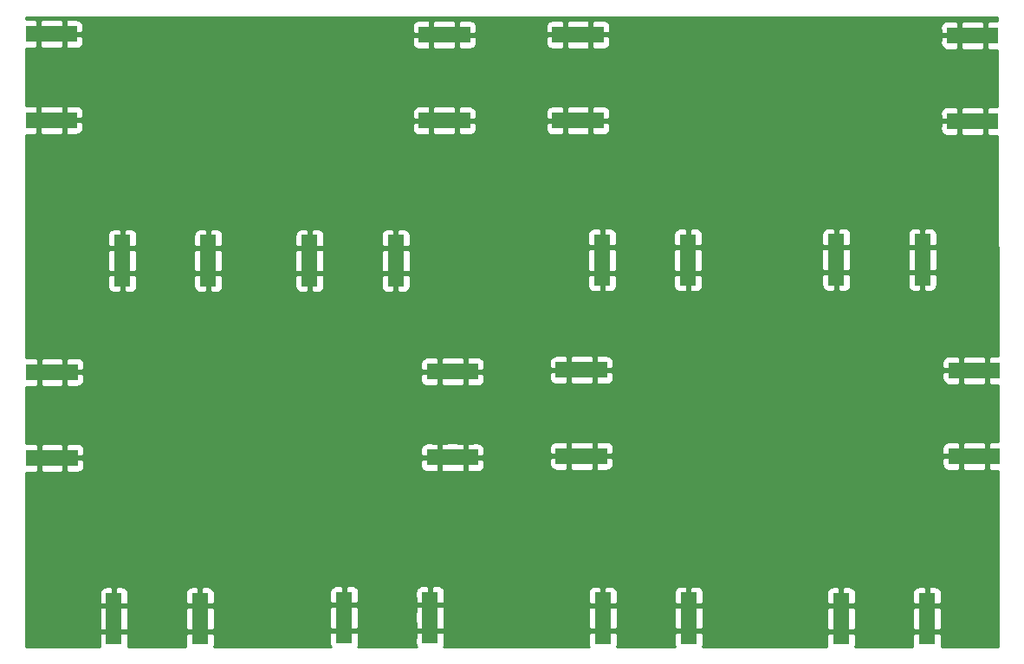
<source format=gbr>
G04 #@! TF.GenerationSoftware,KiCad,Pcbnew,5.1.8-db9833491~88~ubuntu20.04.1*
G04 #@! TF.CreationDate,2021-03-01T03:43:11-08:00*
G04 #@! TF.ProjectId,directional_coupler20dB,64697265-6374-4696-9f6e-616c5f636f75,rev?*
G04 #@! TF.SameCoordinates,Original*
G04 #@! TF.FileFunction,Copper,L2,Bot*
G04 #@! TF.FilePolarity,Positive*
%FSLAX46Y46*%
G04 Gerber Fmt 4.6, Leading zero omitted, Abs format (unit mm)*
G04 Created by KiCad (PCBNEW 5.1.8-db9833491~88~ubuntu20.04.1) date 2021-03-01 03:43:11*
%MOMM*%
%LPD*%
G01*
G04 APERTURE LIST*
G04 #@! TA.AperFunction,ComponentPad*
%ADD10R,2.500000X1.600000*%
G04 #@! TD*
G04 #@! TA.AperFunction,ComponentPad*
%ADD11R,1.600000X2.500000*%
G04 #@! TD*
G04 #@! TA.AperFunction,Conductor*
%ADD12C,0.254000*%
G04 #@! TD*
G04 #@! TA.AperFunction,Conductor*
%ADD13C,0.100000*%
G04 #@! TD*
G04 APERTURE END LIST*
D10*
G04 #@! TO.P,U3,1*
G04 #@! TO.N,GND*
X108950000Y-140430000D03*
X106450000Y-140430000D03*
G04 #@! TO.P,U3,3*
X108950000Y-132030000D03*
X106450000Y-132030000D03*
G04 #@! TD*
G04 #@! TO.P,U1,3*
G04 #@! TO.N,GND*
X69810000Y-140460000D03*
X67310000Y-140460000D03*
G04 #@! TO.P,U1,1*
X69810000Y-132060000D03*
X67310000Y-132060000D03*
G04 #@! TD*
D11*
G04 #@! TO.P,U4,1*
G04 #@! TO.N,GND*
X97110000Y-157330000D03*
X97110000Y-154830000D03*
G04 #@! TO.P,U4,3*
X105510000Y-157330000D03*
X105510000Y-154830000D03*
G04 #@! TD*
G04 #@! TO.P,U2,3*
G04 #@! TO.N,GND*
X83010000Y-154930000D03*
X83010000Y-157430000D03*
G04 #@! TO.P,U2,1*
X74610000Y-154930000D03*
X74610000Y-157430000D03*
G04 #@! TD*
D10*
G04 #@! TO.P,U1,1*
G04 #@! TO.N,GND*
X119060000Y-131870000D03*
X121560000Y-131870000D03*
G04 #@! TO.P,U1,3*
X119060000Y-140270000D03*
X121560000Y-140270000D03*
G04 #@! TD*
D11*
G04 #@! TO.P,U4,3*
G04 #@! TO.N,GND*
X154070000Y-154930000D03*
X154070000Y-157430000D03*
G04 #@! TO.P,U4,1*
X145670000Y-154930000D03*
X145670000Y-157430000D03*
G04 #@! TD*
G04 #@! TO.P,U2,1*
G04 #@! TO.N,GND*
X122380000Y-157380000D03*
X122380000Y-154880000D03*
G04 #@! TO.P,U2,3*
X130780000Y-157380000D03*
X130780000Y-154880000D03*
G04 #@! TD*
D10*
G04 #@! TO.P,U3,3*
G04 #@! TO.N,GND*
X157430000Y-131900000D03*
X159930000Y-131900000D03*
G04 #@! TO.P,U3,1*
X157430000Y-140300000D03*
X159930000Y-140300000D03*
G04 #@! TD*
G04 #@! TO.P,U1,3*
G04 #@! TO.N,GND*
X121210000Y-107470000D03*
X118710000Y-107470000D03*
G04 #@! TO.P,U1,1*
X121210000Y-99070000D03*
X118710000Y-99070000D03*
G04 #@! TD*
D11*
G04 #@! TO.P,U2,3*
G04 #@! TO.N,GND*
X130720000Y-119870000D03*
X130720000Y-122370000D03*
G04 #@! TO.P,U2,1*
X122320000Y-119870000D03*
X122320000Y-122370000D03*
G04 #@! TD*
G04 #@! TO.P,U4,1*
G04 #@! TO.N,GND*
X145210000Y-122320000D03*
X145210000Y-119820000D03*
G04 #@! TO.P,U4,3*
X153610000Y-122320000D03*
X153610000Y-119820000D03*
G04 #@! TD*
D10*
G04 #@! TO.P,U3,1*
G04 #@! TO.N,GND*
X159770000Y-107530000D03*
X157270000Y-107530000D03*
G04 #@! TO.P,U3,3*
X159770000Y-99130000D03*
X157270000Y-99130000D03*
G04 #@! TD*
G04 #@! TO.P,U1,1*
G04 #@! TO.N,GND*
X67250000Y-99020000D03*
X69750000Y-99020000D03*
G04 #@! TO.P,U1,3*
X67250000Y-107420000D03*
X69750000Y-107420000D03*
G04 #@! TD*
D11*
G04 #@! TO.P,U2,1*
G04 #@! TO.N,GND*
X75430000Y-122430000D03*
X75430000Y-119930000D03*
G04 #@! TO.P,U2,3*
X83830000Y-122430000D03*
X83830000Y-119930000D03*
G04 #@! TD*
D10*
G04 #@! TO.P,U3,3*
G04 #@! TO.N,GND*
X105640000Y-99080000D03*
X108140000Y-99080000D03*
G04 #@! TO.P,U3,1*
X105640000Y-107480000D03*
X108140000Y-107480000D03*
G04 #@! TD*
D11*
G04 #@! TO.P,U4,3*
G04 #@! TO.N,GND*
X102140000Y-119940000D03*
X102140000Y-122440000D03*
G04 #@! TO.P,U4,1*
X93740000Y-119940000D03*
X93740000Y-122440000D03*
G04 #@! TD*
D12*
G04 #@! TO.N,GND*
X160943144Y-97386960D02*
X160943490Y-97692172D01*
X160055750Y-97695000D01*
X159897000Y-97853750D01*
X159897000Y-99003000D01*
X159917000Y-99003000D01*
X159917000Y-99257000D01*
X159897000Y-99257000D01*
X159897000Y-100406250D01*
X160055750Y-100565000D01*
X160946749Y-100567839D01*
X160953011Y-106092141D01*
X160055750Y-106095000D01*
X159897000Y-106253750D01*
X159897000Y-107403000D01*
X159917000Y-107403000D01*
X159917000Y-107657000D01*
X159897000Y-107657000D01*
X159897000Y-108806250D01*
X160055750Y-108965000D01*
X160956270Y-108967869D01*
X160980632Y-130462563D01*
X160215750Y-130465000D01*
X160057000Y-130623750D01*
X160057000Y-131773000D01*
X160077000Y-131773000D01*
X160077000Y-132027000D01*
X160057000Y-132027000D01*
X160057000Y-133176250D01*
X160215750Y-133335000D01*
X160983891Y-133337447D01*
X160990153Y-138862533D01*
X160215750Y-138865000D01*
X160057000Y-139023750D01*
X160057000Y-140173000D01*
X160077000Y-140173000D01*
X160077000Y-140427000D01*
X160057000Y-140427000D01*
X160057000Y-141576250D01*
X160215750Y-141735000D01*
X160993412Y-141737478D01*
X161012856Y-158893080D01*
X155467877Y-158896572D01*
X155495812Y-158804482D01*
X155508072Y-158680000D01*
X155505000Y-157715750D01*
X155346250Y-157557000D01*
X154197000Y-157557000D01*
X154197000Y-157577000D01*
X153943000Y-157577000D01*
X153943000Y-157557000D01*
X152793750Y-157557000D01*
X152635000Y-157715750D01*
X152631928Y-158680000D01*
X152644188Y-158804482D01*
X152672657Y-158898332D01*
X147066272Y-158901862D01*
X147095812Y-158804482D01*
X147108072Y-158680000D01*
X147105000Y-157715750D01*
X146946250Y-157557000D01*
X145797000Y-157557000D01*
X145797000Y-157577000D01*
X145543000Y-157577000D01*
X145543000Y-157557000D01*
X144393750Y-157557000D01*
X144235000Y-157715750D01*
X144231928Y-158680000D01*
X144244188Y-158804482D01*
X144274261Y-158903621D01*
X132149684Y-158911256D01*
X132169502Y-158874180D01*
X132205812Y-158754482D01*
X132218072Y-158630000D01*
X132215000Y-157665750D01*
X132056250Y-157507000D01*
X130907000Y-157507000D01*
X130907000Y-157527000D01*
X130653000Y-157527000D01*
X130653000Y-157507000D01*
X129503750Y-157507000D01*
X129345000Y-157665750D01*
X129341928Y-158630000D01*
X129354188Y-158754482D01*
X129390498Y-158874180D01*
X129411238Y-158912980D01*
X123746856Y-158916547D01*
X123769502Y-158874180D01*
X123805812Y-158754482D01*
X123818072Y-158630000D01*
X123815000Y-157665750D01*
X123656250Y-157507000D01*
X122507000Y-157507000D01*
X122507000Y-157527000D01*
X122253000Y-157527000D01*
X122253000Y-157507000D01*
X121103750Y-157507000D01*
X120945000Y-157665750D01*
X120941928Y-158630000D01*
X120954188Y-158754482D01*
X120990498Y-158874180D01*
X121014064Y-158918268D01*
X106844441Y-158927191D01*
X106899502Y-158824180D01*
X106935812Y-158704482D01*
X106948072Y-158580000D01*
X106945000Y-157615750D01*
X106786250Y-157457000D01*
X105637000Y-157457000D01*
X105637000Y-157477000D01*
X105383000Y-157477000D01*
X105383000Y-157457000D01*
X104233750Y-157457000D01*
X104075000Y-157615750D01*
X104071928Y-158580000D01*
X104084188Y-158704482D01*
X104120498Y-158824180D01*
X104176458Y-158928871D01*
X98441612Y-158932483D01*
X98499502Y-158824180D01*
X98535812Y-158704482D01*
X98548072Y-158580000D01*
X98545000Y-157615750D01*
X98386250Y-157457000D01*
X97237000Y-157457000D01*
X97237000Y-157477000D01*
X96983000Y-157477000D01*
X96983000Y-157457000D01*
X95833750Y-157457000D01*
X95675000Y-157615750D01*
X95671928Y-158580000D01*
X95684188Y-158704482D01*
X95720498Y-158824180D01*
X95779284Y-158934159D01*
X84390334Y-158941331D01*
X84399502Y-158924180D01*
X84435812Y-158804482D01*
X84448072Y-158680000D01*
X84445000Y-157715750D01*
X84286250Y-157557000D01*
X83137000Y-157557000D01*
X83137000Y-157577000D01*
X82883000Y-157577000D01*
X82883000Y-157557000D01*
X81733750Y-157557000D01*
X81575000Y-157715750D01*
X81571928Y-158680000D01*
X81584188Y-158804482D01*
X81620498Y-158924180D01*
X81630594Y-158943069D01*
X75987506Y-158946622D01*
X75999502Y-158924180D01*
X76035812Y-158804482D01*
X76048072Y-158680000D01*
X76045000Y-157715750D01*
X75886250Y-157557000D01*
X74737000Y-157557000D01*
X74737000Y-157577000D01*
X74483000Y-157577000D01*
X74483000Y-157557000D01*
X73333750Y-157557000D01*
X73175000Y-157715750D01*
X73171928Y-158680000D01*
X73184188Y-158804482D01*
X73220498Y-158924180D01*
X73233421Y-158948357D01*
X65987062Y-158952920D01*
X65988407Y-156180000D01*
X73171928Y-156180000D01*
X73175000Y-157144250D01*
X73333750Y-157303000D01*
X74483000Y-157303000D01*
X74483000Y-155057000D01*
X74737000Y-155057000D01*
X74737000Y-157303000D01*
X75886250Y-157303000D01*
X76045000Y-157144250D01*
X76048072Y-156180000D01*
X81571928Y-156180000D01*
X81575000Y-157144250D01*
X81733750Y-157303000D01*
X82883000Y-157303000D01*
X82883000Y-155057000D01*
X83137000Y-155057000D01*
X83137000Y-157303000D01*
X84286250Y-157303000D01*
X84445000Y-157144250D01*
X84448072Y-156180000D01*
X84447754Y-156080000D01*
X95671928Y-156080000D01*
X95675000Y-157044250D01*
X95833750Y-157203000D01*
X96983000Y-157203000D01*
X96983000Y-154957000D01*
X97237000Y-154957000D01*
X97237000Y-157203000D01*
X98386250Y-157203000D01*
X98545000Y-157044250D01*
X98548072Y-156080000D01*
X104071928Y-156080000D01*
X104075000Y-157044250D01*
X104233750Y-157203000D01*
X105383000Y-157203000D01*
X105383000Y-154957000D01*
X105637000Y-154957000D01*
X105637000Y-157203000D01*
X106786250Y-157203000D01*
X106945000Y-157044250D01*
X106947912Y-156130000D01*
X120941928Y-156130000D01*
X120945000Y-157094250D01*
X121103750Y-157253000D01*
X122253000Y-157253000D01*
X122253000Y-155007000D01*
X122507000Y-155007000D01*
X122507000Y-157253000D01*
X123656250Y-157253000D01*
X123815000Y-157094250D01*
X123818072Y-156130000D01*
X129341928Y-156130000D01*
X129345000Y-157094250D01*
X129503750Y-157253000D01*
X130653000Y-157253000D01*
X130653000Y-155007000D01*
X130907000Y-155007000D01*
X130907000Y-157253000D01*
X132056250Y-157253000D01*
X132215000Y-157094250D01*
X132217912Y-156180000D01*
X144231928Y-156180000D01*
X144235000Y-157144250D01*
X144393750Y-157303000D01*
X145543000Y-157303000D01*
X145543000Y-155057000D01*
X145797000Y-155057000D01*
X145797000Y-157303000D01*
X146946250Y-157303000D01*
X147105000Y-157144250D01*
X147108072Y-156180000D01*
X152631928Y-156180000D01*
X152635000Y-157144250D01*
X152793750Y-157303000D01*
X153943000Y-157303000D01*
X153943000Y-155057000D01*
X154197000Y-155057000D01*
X154197000Y-157303000D01*
X155346250Y-157303000D01*
X155505000Y-157144250D01*
X155508072Y-156180000D01*
X155505000Y-155215750D01*
X155346250Y-155057000D01*
X154197000Y-155057000D01*
X153943000Y-155057000D01*
X152793750Y-155057000D01*
X152635000Y-155215750D01*
X152631928Y-156180000D01*
X147108072Y-156180000D01*
X147105000Y-155215750D01*
X146946250Y-155057000D01*
X145797000Y-155057000D01*
X145543000Y-155057000D01*
X144393750Y-155057000D01*
X144235000Y-155215750D01*
X144231928Y-156180000D01*
X132217912Y-156180000D01*
X132218072Y-156130000D01*
X132215000Y-155165750D01*
X132056250Y-155007000D01*
X130907000Y-155007000D01*
X130653000Y-155007000D01*
X129503750Y-155007000D01*
X129345000Y-155165750D01*
X129341928Y-156130000D01*
X123818072Y-156130000D01*
X123815000Y-155165750D01*
X123656250Y-155007000D01*
X122507000Y-155007000D01*
X122253000Y-155007000D01*
X121103750Y-155007000D01*
X120945000Y-155165750D01*
X120941928Y-156130000D01*
X106947912Y-156130000D01*
X106948072Y-156080000D01*
X106945000Y-155115750D01*
X106786250Y-154957000D01*
X105637000Y-154957000D01*
X105383000Y-154957000D01*
X104233750Y-154957000D01*
X104075000Y-155115750D01*
X104071928Y-156080000D01*
X98548072Y-156080000D01*
X98545000Y-155115750D01*
X98386250Y-154957000D01*
X97237000Y-154957000D01*
X96983000Y-154957000D01*
X95833750Y-154957000D01*
X95675000Y-155115750D01*
X95671928Y-156080000D01*
X84447754Y-156080000D01*
X84445000Y-155215750D01*
X84286250Y-155057000D01*
X83137000Y-155057000D01*
X82883000Y-155057000D01*
X81733750Y-155057000D01*
X81575000Y-155215750D01*
X81571928Y-156180000D01*
X76048072Y-156180000D01*
X76045000Y-155215750D01*
X75886250Y-155057000D01*
X74737000Y-155057000D01*
X74483000Y-155057000D01*
X73333750Y-155057000D01*
X73175000Y-155215750D01*
X73171928Y-156180000D01*
X65988407Y-156180000D01*
X65989620Y-153680000D01*
X73171928Y-153680000D01*
X73175000Y-154644250D01*
X73333750Y-154803000D01*
X74483000Y-154803000D01*
X74483000Y-153203750D01*
X74737000Y-153203750D01*
X74737000Y-154803000D01*
X75886250Y-154803000D01*
X76045000Y-154644250D01*
X76048072Y-153680000D01*
X81571928Y-153680000D01*
X81575000Y-154644250D01*
X81733750Y-154803000D01*
X82883000Y-154803000D01*
X82883000Y-153203750D01*
X83137000Y-153203750D01*
X83137000Y-154803000D01*
X84286250Y-154803000D01*
X84445000Y-154644250D01*
X84448072Y-153680000D01*
X84438224Y-153580000D01*
X95671928Y-153580000D01*
X95675000Y-154544250D01*
X95833750Y-154703000D01*
X96983000Y-154703000D01*
X96983000Y-153103750D01*
X97237000Y-153103750D01*
X97237000Y-154703000D01*
X98386250Y-154703000D01*
X98545000Y-154544250D01*
X98548072Y-153580000D01*
X104071928Y-153580000D01*
X104075000Y-154544250D01*
X104233750Y-154703000D01*
X105383000Y-154703000D01*
X105383000Y-153103750D01*
X105637000Y-153103750D01*
X105637000Y-154703000D01*
X106786250Y-154703000D01*
X106945000Y-154544250D01*
X106947912Y-153630000D01*
X120941928Y-153630000D01*
X120945000Y-154594250D01*
X121103750Y-154753000D01*
X122253000Y-154753000D01*
X122253000Y-153153750D01*
X122507000Y-153153750D01*
X122507000Y-154753000D01*
X123656250Y-154753000D01*
X123815000Y-154594250D01*
X123818072Y-153630000D01*
X129341928Y-153630000D01*
X129345000Y-154594250D01*
X129503750Y-154753000D01*
X130653000Y-154753000D01*
X130653000Y-153153750D01*
X130907000Y-153153750D01*
X130907000Y-154753000D01*
X132056250Y-154753000D01*
X132215000Y-154594250D01*
X132217912Y-153680000D01*
X144231928Y-153680000D01*
X144235000Y-154644250D01*
X144393750Y-154803000D01*
X145543000Y-154803000D01*
X145543000Y-153203750D01*
X145797000Y-153203750D01*
X145797000Y-154803000D01*
X146946250Y-154803000D01*
X147105000Y-154644250D01*
X147108072Y-153680000D01*
X152631928Y-153680000D01*
X152635000Y-154644250D01*
X152793750Y-154803000D01*
X153943000Y-154803000D01*
X153943000Y-153203750D01*
X154197000Y-153203750D01*
X154197000Y-154803000D01*
X155346250Y-154803000D01*
X155505000Y-154644250D01*
X155508072Y-153680000D01*
X155495812Y-153555518D01*
X155459502Y-153435820D01*
X155400537Y-153325506D01*
X155321185Y-153228815D01*
X155224494Y-153149463D01*
X155114180Y-153090498D01*
X154994482Y-153054188D01*
X154870000Y-153041928D01*
X154355750Y-153045000D01*
X154197000Y-153203750D01*
X153943000Y-153203750D01*
X153784250Y-153045000D01*
X153270000Y-153041928D01*
X153145518Y-153054188D01*
X153025820Y-153090498D01*
X152915506Y-153149463D01*
X152818815Y-153228815D01*
X152739463Y-153325506D01*
X152680498Y-153435820D01*
X152644188Y-153555518D01*
X152631928Y-153680000D01*
X147108072Y-153680000D01*
X147095812Y-153555518D01*
X147059502Y-153435820D01*
X147000537Y-153325506D01*
X146921185Y-153228815D01*
X146824494Y-153149463D01*
X146714180Y-153090498D01*
X146594482Y-153054188D01*
X146470000Y-153041928D01*
X145955750Y-153045000D01*
X145797000Y-153203750D01*
X145543000Y-153203750D01*
X145384250Y-153045000D01*
X144870000Y-153041928D01*
X144745518Y-153054188D01*
X144625820Y-153090498D01*
X144515506Y-153149463D01*
X144418815Y-153228815D01*
X144339463Y-153325506D01*
X144280498Y-153435820D01*
X144244188Y-153555518D01*
X144231928Y-153680000D01*
X132217912Y-153680000D01*
X132218072Y-153630000D01*
X132205812Y-153505518D01*
X132169502Y-153385820D01*
X132110537Y-153275506D01*
X132031185Y-153178815D01*
X131934494Y-153099463D01*
X131824180Y-153040498D01*
X131704482Y-153004188D01*
X131580000Y-152991928D01*
X131065750Y-152995000D01*
X130907000Y-153153750D01*
X130653000Y-153153750D01*
X130494250Y-152995000D01*
X129980000Y-152991928D01*
X129855518Y-153004188D01*
X129735820Y-153040498D01*
X129625506Y-153099463D01*
X129528815Y-153178815D01*
X129449463Y-153275506D01*
X129390498Y-153385820D01*
X129354188Y-153505518D01*
X129341928Y-153630000D01*
X123818072Y-153630000D01*
X123805812Y-153505518D01*
X123769502Y-153385820D01*
X123710537Y-153275506D01*
X123631185Y-153178815D01*
X123534494Y-153099463D01*
X123424180Y-153040498D01*
X123304482Y-153004188D01*
X123180000Y-152991928D01*
X122665750Y-152995000D01*
X122507000Y-153153750D01*
X122253000Y-153153750D01*
X122094250Y-152995000D01*
X121580000Y-152991928D01*
X121455518Y-153004188D01*
X121335820Y-153040498D01*
X121225506Y-153099463D01*
X121128815Y-153178815D01*
X121049463Y-153275506D01*
X120990498Y-153385820D01*
X120954188Y-153505518D01*
X120941928Y-153630000D01*
X106947912Y-153630000D01*
X106948072Y-153580000D01*
X106935812Y-153455518D01*
X106899502Y-153335820D01*
X106840537Y-153225506D01*
X106761185Y-153128815D01*
X106664494Y-153049463D01*
X106554180Y-152990498D01*
X106434482Y-152954188D01*
X106310000Y-152941928D01*
X105795750Y-152945000D01*
X105637000Y-153103750D01*
X105383000Y-153103750D01*
X105224250Y-152945000D01*
X104710000Y-152941928D01*
X104585518Y-152954188D01*
X104465820Y-152990498D01*
X104355506Y-153049463D01*
X104258815Y-153128815D01*
X104179463Y-153225506D01*
X104120498Y-153335820D01*
X104084188Y-153455518D01*
X104071928Y-153580000D01*
X98548072Y-153580000D01*
X98535812Y-153455518D01*
X98499502Y-153335820D01*
X98440537Y-153225506D01*
X98361185Y-153128815D01*
X98264494Y-153049463D01*
X98154180Y-152990498D01*
X98034482Y-152954188D01*
X97910000Y-152941928D01*
X97395750Y-152945000D01*
X97237000Y-153103750D01*
X96983000Y-153103750D01*
X96824250Y-152945000D01*
X96310000Y-152941928D01*
X96185518Y-152954188D01*
X96065820Y-152990498D01*
X95955506Y-153049463D01*
X95858815Y-153128815D01*
X95779463Y-153225506D01*
X95720498Y-153335820D01*
X95684188Y-153455518D01*
X95671928Y-153580000D01*
X84438224Y-153580000D01*
X84435812Y-153555518D01*
X84399502Y-153435820D01*
X84340537Y-153325506D01*
X84261185Y-153228815D01*
X84164494Y-153149463D01*
X84054180Y-153090498D01*
X83934482Y-153054188D01*
X83810000Y-153041928D01*
X83295750Y-153045000D01*
X83137000Y-153203750D01*
X82883000Y-153203750D01*
X82724250Y-153045000D01*
X82210000Y-153041928D01*
X82085518Y-153054188D01*
X81965820Y-153090498D01*
X81855506Y-153149463D01*
X81758815Y-153228815D01*
X81679463Y-153325506D01*
X81620498Y-153435820D01*
X81584188Y-153555518D01*
X81571928Y-153680000D01*
X76048072Y-153680000D01*
X76035812Y-153555518D01*
X75999502Y-153435820D01*
X75940537Y-153325506D01*
X75861185Y-153228815D01*
X75764494Y-153149463D01*
X75654180Y-153090498D01*
X75534482Y-153054188D01*
X75410000Y-153041928D01*
X74895750Y-153045000D01*
X74737000Y-153203750D01*
X74483000Y-153203750D01*
X74324250Y-153045000D01*
X73810000Y-153041928D01*
X73685518Y-153054188D01*
X73565820Y-153090498D01*
X73455506Y-153149463D01*
X73358815Y-153228815D01*
X73279463Y-153325506D01*
X73220498Y-153435820D01*
X73184188Y-153555518D01*
X73171928Y-153680000D01*
X65989620Y-153680000D01*
X65995343Y-141891704D01*
X66060000Y-141898072D01*
X67024250Y-141895000D01*
X67183000Y-141736250D01*
X67183000Y-140587000D01*
X67437000Y-140587000D01*
X67437000Y-141736250D01*
X67595750Y-141895000D01*
X68560000Y-141898072D01*
X69524250Y-141895000D01*
X69683000Y-141736250D01*
X69683000Y-140587000D01*
X69937000Y-140587000D01*
X69937000Y-141736250D01*
X70095750Y-141895000D01*
X71060000Y-141898072D01*
X71184482Y-141885812D01*
X71304180Y-141849502D01*
X71414494Y-141790537D01*
X71511185Y-141711185D01*
X71590537Y-141614494D01*
X71649502Y-141504180D01*
X71685812Y-141384482D01*
X71698072Y-141260000D01*
X71697893Y-141230000D01*
X104561928Y-141230000D01*
X104574188Y-141354482D01*
X104610498Y-141474180D01*
X104669463Y-141584494D01*
X104748815Y-141681185D01*
X104845506Y-141760537D01*
X104955820Y-141819502D01*
X105075518Y-141855812D01*
X105200000Y-141868072D01*
X106164250Y-141865000D01*
X106323000Y-141706250D01*
X106323000Y-140557000D01*
X106577000Y-140557000D01*
X106577000Y-141706250D01*
X106735750Y-141865000D01*
X107700000Y-141868072D01*
X108664250Y-141865000D01*
X108823000Y-141706250D01*
X108823000Y-140557000D01*
X109077000Y-140557000D01*
X109077000Y-141706250D01*
X109235750Y-141865000D01*
X110200000Y-141868072D01*
X110324482Y-141855812D01*
X110444180Y-141819502D01*
X110554494Y-141760537D01*
X110651185Y-141681185D01*
X110730537Y-141584494D01*
X110789502Y-141474180D01*
X110825812Y-141354482D01*
X110838072Y-141230000D01*
X110837117Y-141070000D01*
X117171928Y-141070000D01*
X117184188Y-141194482D01*
X117220498Y-141314180D01*
X117279463Y-141424494D01*
X117358815Y-141521185D01*
X117455506Y-141600537D01*
X117565820Y-141659502D01*
X117685518Y-141695812D01*
X117810000Y-141708072D01*
X118774250Y-141705000D01*
X118933000Y-141546250D01*
X118933000Y-140397000D01*
X119187000Y-140397000D01*
X119187000Y-141546250D01*
X119345750Y-141705000D01*
X120310000Y-141708072D01*
X121274250Y-141705000D01*
X121433000Y-141546250D01*
X121433000Y-140397000D01*
X121687000Y-140397000D01*
X121687000Y-141546250D01*
X121845750Y-141705000D01*
X122810000Y-141708072D01*
X122934482Y-141695812D01*
X123054180Y-141659502D01*
X123164494Y-141600537D01*
X123261185Y-141521185D01*
X123340537Y-141424494D01*
X123399502Y-141314180D01*
X123435812Y-141194482D01*
X123445117Y-141100000D01*
X155541928Y-141100000D01*
X155554188Y-141224482D01*
X155590498Y-141344180D01*
X155649463Y-141454494D01*
X155728815Y-141551185D01*
X155825506Y-141630537D01*
X155935820Y-141689502D01*
X156055518Y-141725812D01*
X156180000Y-141738072D01*
X157144250Y-141735000D01*
X157303000Y-141576250D01*
X157303000Y-140427000D01*
X157557000Y-140427000D01*
X157557000Y-141576250D01*
X157715750Y-141735000D01*
X158680000Y-141738072D01*
X159644250Y-141735000D01*
X159803000Y-141576250D01*
X159803000Y-140427000D01*
X157557000Y-140427000D01*
X157303000Y-140427000D01*
X155703750Y-140427000D01*
X155545000Y-140585750D01*
X155541928Y-141100000D01*
X123445117Y-141100000D01*
X123448072Y-141070000D01*
X123445000Y-140555750D01*
X123286250Y-140397000D01*
X121687000Y-140397000D01*
X121433000Y-140397000D01*
X119187000Y-140397000D01*
X118933000Y-140397000D01*
X117333750Y-140397000D01*
X117175000Y-140555750D01*
X117171928Y-141070000D01*
X110837117Y-141070000D01*
X110835000Y-140715750D01*
X110676250Y-140557000D01*
X109077000Y-140557000D01*
X108823000Y-140557000D01*
X106577000Y-140557000D01*
X106323000Y-140557000D01*
X104723750Y-140557000D01*
X104565000Y-140715750D01*
X104561928Y-141230000D01*
X71697893Y-141230000D01*
X71695000Y-140745750D01*
X71536250Y-140587000D01*
X69937000Y-140587000D01*
X69683000Y-140587000D01*
X67437000Y-140587000D01*
X67183000Y-140587000D01*
X67163000Y-140587000D01*
X67163000Y-140333000D01*
X67183000Y-140333000D01*
X67183000Y-139183750D01*
X67437000Y-139183750D01*
X67437000Y-140333000D01*
X69683000Y-140333000D01*
X69683000Y-139183750D01*
X69937000Y-139183750D01*
X69937000Y-140333000D01*
X71536250Y-140333000D01*
X71695000Y-140174250D01*
X71698072Y-139660000D01*
X71695118Y-139630000D01*
X104561928Y-139630000D01*
X104565000Y-140144250D01*
X104723750Y-140303000D01*
X106323000Y-140303000D01*
X106323000Y-139153750D01*
X106577000Y-139153750D01*
X106577000Y-140303000D01*
X108823000Y-140303000D01*
X108823000Y-139153750D01*
X109077000Y-139153750D01*
X109077000Y-140303000D01*
X110676250Y-140303000D01*
X110835000Y-140144250D01*
X110838072Y-139630000D01*
X110825812Y-139505518D01*
X110815038Y-139470000D01*
X117171928Y-139470000D01*
X117175000Y-139984250D01*
X117333750Y-140143000D01*
X118933000Y-140143000D01*
X118933000Y-138993750D01*
X119187000Y-138993750D01*
X119187000Y-140143000D01*
X121433000Y-140143000D01*
X121433000Y-138993750D01*
X121687000Y-138993750D01*
X121687000Y-140143000D01*
X123286250Y-140143000D01*
X123445000Y-139984250D01*
X123447892Y-139500000D01*
X155541928Y-139500000D01*
X155545000Y-140014250D01*
X155703750Y-140173000D01*
X157303000Y-140173000D01*
X157303000Y-139023750D01*
X157557000Y-139023750D01*
X157557000Y-140173000D01*
X159803000Y-140173000D01*
X159803000Y-139023750D01*
X159644250Y-138865000D01*
X158680000Y-138861928D01*
X157715750Y-138865000D01*
X157557000Y-139023750D01*
X157303000Y-139023750D01*
X157144250Y-138865000D01*
X156180000Y-138861928D01*
X156055518Y-138874188D01*
X155935820Y-138910498D01*
X155825506Y-138969463D01*
X155728815Y-139048815D01*
X155649463Y-139145506D01*
X155590498Y-139255820D01*
X155554188Y-139375518D01*
X155541928Y-139500000D01*
X123447892Y-139500000D01*
X123448072Y-139470000D01*
X123435812Y-139345518D01*
X123399502Y-139225820D01*
X123340537Y-139115506D01*
X123261185Y-139018815D01*
X123164494Y-138939463D01*
X123054180Y-138880498D01*
X122934482Y-138844188D01*
X122810000Y-138831928D01*
X121845750Y-138835000D01*
X121687000Y-138993750D01*
X121433000Y-138993750D01*
X121274250Y-138835000D01*
X120310000Y-138831928D01*
X119345750Y-138835000D01*
X119187000Y-138993750D01*
X118933000Y-138993750D01*
X118774250Y-138835000D01*
X117810000Y-138831928D01*
X117685518Y-138844188D01*
X117565820Y-138880498D01*
X117455506Y-138939463D01*
X117358815Y-139018815D01*
X117279463Y-139115506D01*
X117220498Y-139225820D01*
X117184188Y-139345518D01*
X117171928Y-139470000D01*
X110815038Y-139470000D01*
X110789502Y-139385820D01*
X110730537Y-139275506D01*
X110651185Y-139178815D01*
X110554494Y-139099463D01*
X110444180Y-139040498D01*
X110324482Y-139004188D01*
X110200000Y-138991928D01*
X109235750Y-138995000D01*
X109077000Y-139153750D01*
X108823000Y-139153750D01*
X108664250Y-138995000D01*
X107700000Y-138991928D01*
X106735750Y-138995000D01*
X106577000Y-139153750D01*
X106323000Y-139153750D01*
X106164250Y-138995000D01*
X105200000Y-138991928D01*
X105075518Y-139004188D01*
X104955820Y-139040498D01*
X104845506Y-139099463D01*
X104748815Y-139178815D01*
X104669463Y-139275506D01*
X104610498Y-139385820D01*
X104574188Y-139505518D01*
X104561928Y-139630000D01*
X71695118Y-139630000D01*
X71685812Y-139535518D01*
X71649502Y-139415820D01*
X71590537Y-139305506D01*
X71511185Y-139208815D01*
X71414494Y-139129463D01*
X71304180Y-139070498D01*
X71184482Y-139034188D01*
X71060000Y-139021928D01*
X70095750Y-139025000D01*
X69937000Y-139183750D01*
X69683000Y-139183750D01*
X69524250Y-139025000D01*
X68560000Y-139021928D01*
X67595750Y-139025000D01*
X67437000Y-139183750D01*
X67183000Y-139183750D01*
X67024250Y-139025000D01*
X66060000Y-139021928D01*
X65996733Y-139028159D01*
X65999420Y-133492106D01*
X66060000Y-133498072D01*
X67024250Y-133495000D01*
X67183000Y-133336250D01*
X67183000Y-132187000D01*
X67437000Y-132187000D01*
X67437000Y-133336250D01*
X67595750Y-133495000D01*
X68560000Y-133498072D01*
X69524250Y-133495000D01*
X69683000Y-133336250D01*
X69683000Y-132187000D01*
X69937000Y-132187000D01*
X69937000Y-133336250D01*
X70095750Y-133495000D01*
X71060000Y-133498072D01*
X71184482Y-133485812D01*
X71304180Y-133449502D01*
X71414494Y-133390537D01*
X71511185Y-133311185D01*
X71590537Y-133214494D01*
X71649502Y-133104180D01*
X71685812Y-132984482D01*
X71698072Y-132860000D01*
X71697893Y-132830000D01*
X104561928Y-132830000D01*
X104574188Y-132954482D01*
X104610498Y-133074180D01*
X104669463Y-133184494D01*
X104748815Y-133281185D01*
X104845506Y-133360537D01*
X104955820Y-133419502D01*
X105075518Y-133455812D01*
X105200000Y-133468072D01*
X106164250Y-133465000D01*
X106323000Y-133306250D01*
X106323000Y-132157000D01*
X106577000Y-132157000D01*
X106577000Y-133306250D01*
X106735750Y-133465000D01*
X107700000Y-133468072D01*
X108664250Y-133465000D01*
X108823000Y-133306250D01*
X108823000Y-132157000D01*
X109077000Y-132157000D01*
X109077000Y-133306250D01*
X109235750Y-133465000D01*
X110200000Y-133468072D01*
X110324482Y-133455812D01*
X110444180Y-133419502D01*
X110554494Y-133360537D01*
X110651185Y-133281185D01*
X110730537Y-133184494D01*
X110789502Y-133074180D01*
X110825812Y-132954482D01*
X110838072Y-132830000D01*
X110837117Y-132670000D01*
X117171928Y-132670000D01*
X117184188Y-132794482D01*
X117220498Y-132914180D01*
X117279463Y-133024494D01*
X117358815Y-133121185D01*
X117455506Y-133200537D01*
X117565820Y-133259502D01*
X117685518Y-133295812D01*
X117810000Y-133308072D01*
X118774250Y-133305000D01*
X118933000Y-133146250D01*
X118933000Y-131997000D01*
X119187000Y-131997000D01*
X119187000Y-133146250D01*
X119345750Y-133305000D01*
X120310000Y-133308072D01*
X121274250Y-133305000D01*
X121433000Y-133146250D01*
X121433000Y-131997000D01*
X121687000Y-131997000D01*
X121687000Y-133146250D01*
X121845750Y-133305000D01*
X122810000Y-133308072D01*
X122934482Y-133295812D01*
X123054180Y-133259502D01*
X123164494Y-133200537D01*
X123261185Y-133121185D01*
X123340537Y-133024494D01*
X123399502Y-132914180D01*
X123435812Y-132794482D01*
X123445117Y-132700000D01*
X155541928Y-132700000D01*
X155554188Y-132824482D01*
X155590498Y-132944180D01*
X155649463Y-133054494D01*
X155728815Y-133151185D01*
X155825506Y-133230537D01*
X155935820Y-133289502D01*
X156055518Y-133325812D01*
X156180000Y-133338072D01*
X157144250Y-133335000D01*
X157303000Y-133176250D01*
X157303000Y-132027000D01*
X157557000Y-132027000D01*
X157557000Y-133176250D01*
X157715750Y-133335000D01*
X158680000Y-133338072D01*
X159644250Y-133335000D01*
X159803000Y-133176250D01*
X159803000Y-132027000D01*
X157557000Y-132027000D01*
X157303000Y-132027000D01*
X155703750Y-132027000D01*
X155545000Y-132185750D01*
X155541928Y-132700000D01*
X123445117Y-132700000D01*
X123448072Y-132670000D01*
X123445000Y-132155750D01*
X123286250Y-131997000D01*
X121687000Y-131997000D01*
X121433000Y-131997000D01*
X119187000Y-131997000D01*
X118933000Y-131997000D01*
X117333750Y-131997000D01*
X117175000Y-132155750D01*
X117171928Y-132670000D01*
X110837117Y-132670000D01*
X110835000Y-132315750D01*
X110676250Y-132157000D01*
X109077000Y-132157000D01*
X108823000Y-132157000D01*
X106577000Y-132157000D01*
X106323000Y-132157000D01*
X104723750Y-132157000D01*
X104565000Y-132315750D01*
X104561928Y-132830000D01*
X71697893Y-132830000D01*
X71695000Y-132345750D01*
X71536250Y-132187000D01*
X69937000Y-132187000D01*
X69683000Y-132187000D01*
X67437000Y-132187000D01*
X67183000Y-132187000D01*
X67163000Y-132187000D01*
X67163000Y-131933000D01*
X67183000Y-131933000D01*
X67183000Y-130783750D01*
X67437000Y-130783750D01*
X67437000Y-131933000D01*
X69683000Y-131933000D01*
X69683000Y-130783750D01*
X69937000Y-130783750D01*
X69937000Y-131933000D01*
X71536250Y-131933000D01*
X71695000Y-131774250D01*
X71698072Y-131260000D01*
X71695118Y-131230000D01*
X104561928Y-131230000D01*
X104565000Y-131744250D01*
X104723750Y-131903000D01*
X106323000Y-131903000D01*
X106323000Y-130753750D01*
X106577000Y-130753750D01*
X106577000Y-131903000D01*
X108823000Y-131903000D01*
X108823000Y-130753750D01*
X109077000Y-130753750D01*
X109077000Y-131903000D01*
X110676250Y-131903000D01*
X110835000Y-131744250D01*
X110838072Y-131230000D01*
X110825812Y-131105518D01*
X110815038Y-131070000D01*
X117171928Y-131070000D01*
X117175000Y-131584250D01*
X117333750Y-131743000D01*
X118933000Y-131743000D01*
X118933000Y-130593750D01*
X119187000Y-130593750D01*
X119187000Y-131743000D01*
X121433000Y-131743000D01*
X121433000Y-130593750D01*
X121687000Y-130593750D01*
X121687000Y-131743000D01*
X123286250Y-131743000D01*
X123445000Y-131584250D01*
X123447892Y-131100000D01*
X155541928Y-131100000D01*
X155545000Y-131614250D01*
X155703750Y-131773000D01*
X157303000Y-131773000D01*
X157303000Y-130623750D01*
X157557000Y-130623750D01*
X157557000Y-131773000D01*
X159803000Y-131773000D01*
X159803000Y-130623750D01*
X159644250Y-130465000D01*
X158680000Y-130461928D01*
X157715750Y-130465000D01*
X157557000Y-130623750D01*
X157303000Y-130623750D01*
X157144250Y-130465000D01*
X156180000Y-130461928D01*
X156055518Y-130474188D01*
X155935820Y-130510498D01*
X155825506Y-130569463D01*
X155728815Y-130648815D01*
X155649463Y-130745506D01*
X155590498Y-130855820D01*
X155554188Y-130975518D01*
X155541928Y-131100000D01*
X123447892Y-131100000D01*
X123448072Y-131070000D01*
X123435812Y-130945518D01*
X123399502Y-130825820D01*
X123340537Y-130715506D01*
X123261185Y-130618815D01*
X123164494Y-130539463D01*
X123054180Y-130480498D01*
X122934482Y-130444188D01*
X122810000Y-130431928D01*
X121845750Y-130435000D01*
X121687000Y-130593750D01*
X121433000Y-130593750D01*
X121274250Y-130435000D01*
X120310000Y-130431928D01*
X119345750Y-130435000D01*
X119187000Y-130593750D01*
X118933000Y-130593750D01*
X118774250Y-130435000D01*
X117810000Y-130431928D01*
X117685518Y-130444188D01*
X117565820Y-130480498D01*
X117455506Y-130539463D01*
X117358815Y-130618815D01*
X117279463Y-130715506D01*
X117220498Y-130825820D01*
X117184188Y-130945518D01*
X117171928Y-131070000D01*
X110815038Y-131070000D01*
X110789502Y-130985820D01*
X110730537Y-130875506D01*
X110651185Y-130778815D01*
X110554494Y-130699463D01*
X110444180Y-130640498D01*
X110324482Y-130604188D01*
X110200000Y-130591928D01*
X109235750Y-130595000D01*
X109077000Y-130753750D01*
X108823000Y-130753750D01*
X108664250Y-130595000D01*
X107700000Y-130591928D01*
X106735750Y-130595000D01*
X106577000Y-130753750D01*
X106323000Y-130753750D01*
X106164250Y-130595000D01*
X105200000Y-130591928D01*
X105075518Y-130604188D01*
X104955820Y-130640498D01*
X104845506Y-130699463D01*
X104748815Y-130778815D01*
X104669463Y-130875506D01*
X104610498Y-130985820D01*
X104574188Y-131105518D01*
X104561928Y-131230000D01*
X71695118Y-131230000D01*
X71685812Y-131135518D01*
X71649502Y-131015820D01*
X71590537Y-130905506D01*
X71511185Y-130808815D01*
X71414494Y-130729463D01*
X71304180Y-130670498D01*
X71184482Y-130634188D01*
X71060000Y-130621928D01*
X70095750Y-130625000D01*
X69937000Y-130783750D01*
X69683000Y-130783750D01*
X69524250Y-130625000D01*
X68560000Y-130621928D01*
X67595750Y-130625000D01*
X67437000Y-130783750D01*
X67183000Y-130783750D01*
X67024250Y-130625000D01*
X66060000Y-130621928D01*
X66000810Y-130627758D01*
X66004182Y-123680000D01*
X73991928Y-123680000D01*
X74004188Y-123804482D01*
X74040498Y-123924180D01*
X74099463Y-124034494D01*
X74178815Y-124131185D01*
X74275506Y-124210537D01*
X74385820Y-124269502D01*
X74505518Y-124305812D01*
X74630000Y-124318072D01*
X75144250Y-124315000D01*
X75303000Y-124156250D01*
X75303000Y-122557000D01*
X75557000Y-122557000D01*
X75557000Y-124156250D01*
X75715750Y-124315000D01*
X76230000Y-124318072D01*
X76354482Y-124305812D01*
X76474180Y-124269502D01*
X76584494Y-124210537D01*
X76681185Y-124131185D01*
X76760537Y-124034494D01*
X76819502Y-123924180D01*
X76855812Y-123804482D01*
X76868072Y-123680000D01*
X82391928Y-123680000D01*
X82404188Y-123804482D01*
X82440498Y-123924180D01*
X82499463Y-124034494D01*
X82578815Y-124131185D01*
X82675506Y-124210537D01*
X82785820Y-124269502D01*
X82905518Y-124305812D01*
X83030000Y-124318072D01*
X83544250Y-124315000D01*
X83703000Y-124156250D01*
X83703000Y-122557000D01*
X83957000Y-122557000D01*
X83957000Y-124156250D01*
X84115750Y-124315000D01*
X84630000Y-124318072D01*
X84754482Y-124305812D01*
X84874180Y-124269502D01*
X84984494Y-124210537D01*
X85081185Y-124131185D01*
X85160537Y-124034494D01*
X85219502Y-123924180D01*
X85255812Y-123804482D01*
X85267087Y-123690000D01*
X92301928Y-123690000D01*
X92314188Y-123814482D01*
X92350498Y-123934180D01*
X92409463Y-124044494D01*
X92488815Y-124141185D01*
X92585506Y-124220537D01*
X92695820Y-124279502D01*
X92815518Y-124315812D01*
X92940000Y-124328072D01*
X93454250Y-124325000D01*
X93613000Y-124166250D01*
X93613000Y-122567000D01*
X93867000Y-122567000D01*
X93867000Y-124166250D01*
X94025750Y-124325000D01*
X94540000Y-124328072D01*
X94664482Y-124315812D01*
X94784180Y-124279502D01*
X94894494Y-124220537D01*
X94991185Y-124141185D01*
X95070537Y-124044494D01*
X95129502Y-123934180D01*
X95165812Y-123814482D01*
X95178072Y-123690000D01*
X100701928Y-123690000D01*
X100714188Y-123814482D01*
X100750498Y-123934180D01*
X100809463Y-124044494D01*
X100888815Y-124141185D01*
X100985506Y-124220537D01*
X101095820Y-124279502D01*
X101215518Y-124315812D01*
X101340000Y-124328072D01*
X101854250Y-124325000D01*
X102013000Y-124166250D01*
X102013000Y-122567000D01*
X102267000Y-122567000D01*
X102267000Y-124166250D01*
X102425750Y-124325000D01*
X102940000Y-124328072D01*
X103064482Y-124315812D01*
X103184180Y-124279502D01*
X103294494Y-124220537D01*
X103391185Y-124141185D01*
X103470537Y-124044494D01*
X103529502Y-123934180D01*
X103565812Y-123814482D01*
X103578072Y-123690000D01*
X103577849Y-123620000D01*
X120881928Y-123620000D01*
X120894188Y-123744482D01*
X120930498Y-123864180D01*
X120989463Y-123974494D01*
X121068815Y-124071185D01*
X121165506Y-124150537D01*
X121275820Y-124209502D01*
X121395518Y-124245812D01*
X121520000Y-124258072D01*
X122034250Y-124255000D01*
X122193000Y-124096250D01*
X122193000Y-122497000D01*
X122447000Y-122497000D01*
X122447000Y-124096250D01*
X122605750Y-124255000D01*
X123120000Y-124258072D01*
X123244482Y-124245812D01*
X123364180Y-124209502D01*
X123474494Y-124150537D01*
X123571185Y-124071185D01*
X123650537Y-123974494D01*
X123709502Y-123864180D01*
X123745812Y-123744482D01*
X123758072Y-123620000D01*
X129281928Y-123620000D01*
X129294188Y-123744482D01*
X129330498Y-123864180D01*
X129389463Y-123974494D01*
X129468815Y-124071185D01*
X129565506Y-124150537D01*
X129675820Y-124209502D01*
X129795518Y-124245812D01*
X129920000Y-124258072D01*
X130434250Y-124255000D01*
X130593000Y-124096250D01*
X130593000Y-122497000D01*
X130847000Y-122497000D01*
X130847000Y-124096250D01*
X131005750Y-124255000D01*
X131520000Y-124258072D01*
X131644482Y-124245812D01*
X131764180Y-124209502D01*
X131874494Y-124150537D01*
X131971185Y-124071185D01*
X132050537Y-123974494D01*
X132109502Y-123864180D01*
X132145812Y-123744482D01*
X132158072Y-123620000D01*
X132157913Y-123570000D01*
X143771928Y-123570000D01*
X143784188Y-123694482D01*
X143820498Y-123814180D01*
X143879463Y-123924494D01*
X143958815Y-124021185D01*
X144055506Y-124100537D01*
X144165820Y-124159502D01*
X144285518Y-124195812D01*
X144410000Y-124208072D01*
X144924250Y-124205000D01*
X145083000Y-124046250D01*
X145083000Y-122447000D01*
X145337000Y-122447000D01*
X145337000Y-124046250D01*
X145495750Y-124205000D01*
X146010000Y-124208072D01*
X146134482Y-124195812D01*
X146254180Y-124159502D01*
X146364494Y-124100537D01*
X146461185Y-124021185D01*
X146540537Y-123924494D01*
X146599502Y-123814180D01*
X146635812Y-123694482D01*
X146648072Y-123570000D01*
X152171928Y-123570000D01*
X152184188Y-123694482D01*
X152220498Y-123814180D01*
X152279463Y-123924494D01*
X152358815Y-124021185D01*
X152455506Y-124100537D01*
X152565820Y-124159502D01*
X152685518Y-124195812D01*
X152810000Y-124208072D01*
X153324250Y-124205000D01*
X153483000Y-124046250D01*
X153483000Y-122447000D01*
X153737000Y-122447000D01*
X153737000Y-124046250D01*
X153895750Y-124205000D01*
X154410000Y-124208072D01*
X154534482Y-124195812D01*
X154654180Y-124159502D01*
X154764494Y-124100537D01*
X154861185Y-124021185D01*
X154940537Y-123924494D01*
X154999502Y-123814180D01*
X155035812Y-123694482D01*
X155048072Y-123570000D01*
X155045000Y-122605750D01*
X154886250Y-122447000D01*
X153737000Y-122447000D01*
X153483000Y-122447000D01*
X152333750Y-122447000D01*
X152175000Y-122605750D01*
X152171928Y-123570000D01*
X146648072Y-123570000D01*
X146645000Y-122605750D01*
X146486250Y-122447000D01*
X145337000Y-122447000D01*
X145083000Y-122447000D01*
X143933750Y-122447000D01*
X143775000Y-122605750D01*
X143771928Y-123570000D01*
X132157913Y-123570000D01*
X132155000Y-122655750D01*
X131996250Y-122497000D01*
X130847000Y-122497000D01*
X130593000Y-122497000D01*
X129443750Y-122497000D01*
X129285000Y-122655750D01*
X129281928Y-123620000D01*
X123758072Y-123620000D01*
X123755000Y-122655750D01*
X123596250Y-122497000D01*
X122447000Y-122497000D01*
X122193000Y-122497000D01*
X121043750Y-122497000D01*
X120885000Y-122655750D01*
X120881928Y-123620000D01*
X103577849Y-123620000D01*
X103575000Y-122725750D01*
X103416250Y-122567000D01*
X102267000Y-122567000D01*
X102013000Y-122567000D01*
X100863750Y-122567000D01*
X100705000Y-122725750D01*
X100701928Y-123690000D01*
X95178072Y-123690000D01*
X95175000Y-122725750D01*
X95016250Y-122567000D01*
X93867000Y-122567000D01*
X93613000Y-122567000D01*
X92463750Y-122567000D01*
X92305000Y-122725750D01*
X92301928Y-123690000D01*
X85267087Y-123690000D01*
X85268072Y-123680000D01*
X85265000Y-122715750D01*
X85106250Y-122557000D01*
X83957000Y-122557000D01*
X83703000Y-122557000D01*
X82553750Y-122557000D01*
X82395000Y-122715750D01*
X82391928Y-123680000D01*
X76868072Y-123680000D01*
X76865000Y-122715750D01*
X76706250Y-122557000D01*
X75557000Y-122557000D01*
X75303000Y-122557000D01*
X74153750Y-122557000D01*
X73995000Y-122715750D01*
X73991928Y-123680000D01*
X66004182Y-123680000D01*
X66005395Y-121180000D01*
X73991928Y-121180000D01*
X73995000Y-122144250D01*
X74153750Y-122303000D01*
X75303000Y-122303000D01*
X75303000Y-120057000D01*
X75557000Y-120057000D01*
X75557000Y-122303000D01*
X76706250Y-122303000D01*
X76865000Y-122144250D01*
X76868072Y-121180000D01*
X82391928Y-121180000D01*
X82395000Y-122144250D01*
X82553750Y-122303000D01*
X83703000Y-122303000D01*
X83703000Y-120057000D01*
X83957000Y-120057000D01*
X83957000Y-122303000D01*
X85106250Y-122303000D01*
X85265000Y-122144250D01*
X85268040Y-121190000D01*
X92301928Y-121190000D01*
X92305000Y-122154250D01*
X92463750Y-122313000D01*
X93613000Y-122313000D01*
X93613000Y-120067000D01*
X93867000Y-120067000D01*
X93867000Y-122313000D01*
X95016250Y-122313000D01*
X95175000Y-122154250D01*
X95178072Y-121190000D01*
X100701928Y-121190000D01*
X100705000Y-122154250D01*
X100863750Y-122313000D01*
X102013000Y-122313000D01*
X102013000Y-120067000D01*
X102267000Y-120067000D01*
X102267000Y-122313000D01*
X103416250Y-122313000D01*
X103575000Y-122154250D01*
X103578072Y-121190000D01*
X103577849Y-121120000D01*
X120881928Y-121120000D01*
X120885000Y-122084250D01*
X121043750Y-122243000D01*
X122193000Y-122243000D01*
X122193000Y-119997000D01*
X122447000Y-119997000D01*
X122447000Y-122243000D01*
X123596250Y-122243000D01*
X123755000Y-122084250D01*
X123758072Y-121120000D01*
X129281928Y-121120000D01*
X129285000Y-122084250D01*
X129443750Y-122243000D01*
X130593000Y-122243000D01*
X130593000Y-119997000D01*
X130847000Y-119997000D01*
X130847000Y-122243000D01*
X131996250Y-122243000D01*
X132155000Y-122084250D01*
X132158072Y-121120000D01*
X132157913Y-121070000D01*
X143771928Y-121070000D01*
X143775000Y-122034250D01*
X143933750Y-122193000D01*
X145083000Y-122193000D01*
X145083000Y-119947000D01*
X145337000Y-119947000D01*
X145337000Y-122193000D01*
X146486250Y-122193000D01*
X146645000Y-122034250D01*
X146648072Y-121070000D01*
X152171928Y-121070000D01*
X152175000Y-122034250D01*
X152333750Y-122193000D01*
X153483000Y-122193000D01*
X153483000Y-119947000D01*
X153737000Y-119947000D01*
X153737000Y-122193000D01*
X154886250Y-122193000D01*
X155045000Y-122034250D01*
X155048072Y-121070000D01*
X155045000Y-120105750D01*
X154886250Y-119947000D01*
X153737000Y-119947000D01*
X153483000Y-119947000D01*
X152333750Y-119947000D01*
X152175000Y-120105750D01*
X152171928Y-121070000D01*
X146648072Y-121070000D01*
X146645000Y-120105750D01*
X146486250Y-119947000D01*
X145337000Y-119947000D01*
X145083000Y-119947000D01*
X143933750Y-119947000D01*
X143775000Y-120105750D01*
X143771928Y-121070000D01*
X132157913Y-121070000D01*
X132155000Y-120155750D01*
X131996250Y-119997000D01*
X130847000Y-119997000D01*
X130593000Y-119997000D01*
X129443750Y-119997000D01*
X129285000Y-120155750D01*
X129281928Y-121120000D01*
X123758072Y-121120000D01*
X123755000Y-120155750D01*
X123596250Y-119997000D01*
X122447000Y-119997000D01*
X122193000Y-119997000D01*
X121043750Y-119997000D01*
X120885000Y-120155750D01*
X120881928Y-121120000D01*
X103577849Y-121120000D01*
X103575000Y-120225750D01*
X103416250Y-120067000D01*
X102267000Y-120067000D01*
X102013000Y-120067000D01*
X100863750Y-120067000D01*
X100705000Y-120225750D01*
X100701928Y-121190000D01*
X95178072Y-121190000D01*
X95175000Y-120225750D01*
X95016250Y-120067000D01*
X93867000Y-120067000D01*
X93613000Y-120067000D01*
X92463750Y-120067000D01*
X92305000Y-120225750D01*
X92301928Y-121190000D01*
X85268040Y-121190000D01*
X85268072Y-121180000D01*
X85265000Y-120215750D01*
X85106250Y-120057000D01*
X83957000Y-120057000D01*
X83703000Y-120057000D01*
X82553750Y-120057000D01*
X82395000Y-120215750D01*
X82391928Y-121180000D01*
X76868072Y-121180000D01*
X76865000Y-120215750D01*
X76706250Y-120057000D01*
X75557000Y-120057000D01*
X75303000Y-120057000D01*
X74153750Y-120057000D01*
X73995000Y-120215750D01*
X73991928Y-121180000D01*
X66005395Y-121180000D01*
X66006608Y-118680000D01*
X73991928Y-118680000D01*
X73995000Y-119644250D01*
X74153750Y-119803000D01*
X75303000Y-119803000D01*
X75303000Y-118203750D01*
X75557000Y-118203750D01*
X75557000Y-119803000D01*
X76706250Y-119803000D01*
X76865000Y-119644250D01*
X76868072Y-118680000D01*
X82391928Y-118680000D01*
X82395000Y-119644250D01*
X82553750Y-119803000D01*
X83703000Y-119803000D01*
X83703000Y-118203750D01*
X83957000Y-118203750D01*
X83957000Y-119803000D01*
X85106250Y-119803000D01*
X85265000Y-119644250D01*
X85268040Y-118690000D01*
X92301928Y-118690000D01*
X92305000Y-119654250D01*
X92463750Y-119813000D01*
X93613000Y-119813000D01*
X93613000Y-118213750D01*
X93867000Y-118213750D01*
X93867000Y-119813000D01*
X95016250Y-119813000D01*
X95175000Y-119654250D01*
X95178072Y-118690000D01*
X100701928Y-118690000D01*
X100705000Y-119654250D01*
X100863750Y-119813000D01*
X102013000Y-119813000D01*
X102013000Y-118213750D01*
X102267000Y-118213750D01*
X102267000Y-119813000D01*
X103416250Y-119813000D01*
X103575000Y-119654250D01*
X103578072Y-118690000D01*
X103571178Y-118620000D01*
X120881928Y-118620000D01*
X120885000Y-119584250D01*
X121043750Y-119743000D01*
X122193000Y-119743000D01*
X122193000Y-118143750D01*
X122447000Y-118143750D01*
X122447000Y-119743000D01*
X123596250Y-119743000D01*
X123755000Y-119584250D01*
X123758072Y-118620000D01*
X129281928Y-118620000D01*
X129285000Y-119584250D01*
X129443750Y-119743000D01*
X130593000Y-119743000D01*
X130593000Y-118143750D01*
X130847000Y-118143750D01*
X130847000Y-119743000D01*
X131996250Y-119743000D01*
X132155000Y-119584250D01*
X132158072Y-118620000D01*
X132153148Y-118570000D01*
X143771928Y-118570000D01*
X143775000Y-119534250D01*
X143933750Y-119693000D01*
X145083000Y-119693000D01*
X145083000Y-118093750D01*
X145337000Y-118093750D01*
X145337000Y-119693000D01*
X146486250Y-119693000D01*
X146645000Y-119534250D01*
X146648072Y-118570000D01*
X152171928Y-118570000D01*
X152175000Y-119534250D01*
X152333750Y-119693000D01*
X153483000Y-119693000D01*
X153483000Y-118093750D01*
X153737000Y-118093750D01*
X153737000Y-119693000D01*
X154886250Y-119693000D01*
X155045000Y-119534250D01*
X155048072Y-118570000D01*
X155035812Y-118445518D01*
X154999502Y-118325820D01*
X154940537Y-118215506D01*
X154861185Y-118118815D01*
X154764494Y-118039463D01*
X154654180Y-117980498D01*
X154534482Y-117944188D01*
X154410000Y-117931928D01*
X153895750Y-117935000D01*
X153737000Y-118093750D01*
X153483000Y-118093750D01*
X153324250Y-117935000D01*
X152810000Y-117931928D01*
X152685518Y-117944188D01*
X152565820Y-117980498D01*
X152455506Y-118039463D01*
X152358815Y-118118815D01*
X152279463Y-118215506D01*
X152220498Y-118325820D01*
X152184188Y-118445518D01*
X152171928Y-118570000D01*
X146648072Y-118570000D01*
X146635812Y-118445518D01*
X146599502Y-118325820D01*
X146540537Y-118215506D01*
X146461185Y-118118815D01*
X146364494Y-118039463D01*
X146254180Y-117980498D01*
X146134482Y-117944188D01*
X146010000Y-117931928D01*
X145495750Y-117935000D01*
X145337000Y-118093750D01*
X145083000Y-118093750D01*
X144924250Y-117935000D01*
X144410000Y-117931928D01*
X144285518Y-117944188D01*
X144165820Y-117980498D01*
X144055506Y-118039463D01*
X143958815Y-118118815D01*
X143879463Y-118215506D01*
X143820498Y-118325820D01*
X143784188Y-118445518D01*
X143771928Y-118570000D01*
X132153148Y-118570000D01*
X132145812Y-118495518D01*
X132109502Y-118375820D01*
X132050537Y-118265506D01*
X131971185Y-118168815D01*
X131874494Y-118089463D01*
X131764180Y-118030498D01*
X131644482Y-117994188D01*
X131520000Y-117981928D01*
X131005750Y-117985000D01*
X130847000Y-118143750D01*
X130593000Y-118143750D01*
X130434250Y-117985000D01*
X129920000Y-117981928D01*
X129795518Y-117994188D01*
X129675820Y-118030498D01*
X129565506Y-118089463D01*
X129468815Y-118168815D01*
X129389463Y-118265506D01*
X129330498Y-118375820D01*
X129294188Y-118495518D01*
X129281928Y-118620000D01*
X123758072Y-118620000D01*
X123745812Y-118495518D01*
X123709502Y-118375820D01*
X123650537Y-118265506D01*
X123571185Y-118168815D01*
X123474494Y-118089463D01*
X123364180Y-118030498D01*
X123244482Y-117994188D01*
X123120000Y-117981928D01*
X122605750Y-117985000D01*
X122447000Y-118143750D01*
X122193000Y-118143750D01*
X122034250Y-117985000D01*
X121520000Y-117981928D01*
X121395518Y-117994188D01*
X121275820Y-118030498D01*
X121165506Y-118089463D01*
X121068815Y-118168815D01*
X120989463Y-118265506D01*
X120930498Y-118375820D01*
X120894188Y-118495518D01*
X120881928Y-118620000D01*
X103571178Y-118620000D01*
X103565812Y-118565518D01*
X103529502Y-118445820D01*
X103470537Y-118335506D01*
X103391185Y-118238815D01*
X103294494Y-118159463D01*
X103184180Y-118100498D01*
X103064482Y-118064188D01*
X102940000Y-118051928D01*
X102425750Y-118055000D01*
X102267000Y-118213750D01*
X102013000Y-118213750D01*
X101854250Y-118055000D01*
X101340000Y-118051928D01*
X101215518Y-118064188D01*
X101095820Y-118100498D01*
X100985506Y-118159463D01*
X100888815Y-118238815D01*
X100809463Y-118335506D01*
X100750498Y-118445820D01*
X100714188Y-118565518D01*
X100701928Y-118690000D01*
X95178072Y-118690000D01*
X95165812Y-118565518D01*
X95129502Y-118445820D01*
X95070537Y-118335506D01*
X94991185Y-118238815D01*
X94894494Y-118159463D01*
X94784180Y-118100498D01*
X94664482Y-118064188D01*
X94540000Y-118051928D01*
X94025750Y-118055000D01*
X93867000Y-118213750D01*
X93613000Y-118213750D01*
X93454250Y-118055000D01*
X92940000Y-118051928D01*
X92815518Y-118064188D01*
X92695820Y-118100498D01*
X92585506Y-118159463D01*
X92488815Y-118238815D01*
X92409463Y-118335506D01*
X92350498Y-118445820D01*
X92314188Y-118565518D01*
X92301928Y-118690000D01*
X85268040Y-118690000D01*
X85268072Y-118680000D01*
X85255812Y-118555518D01*
X85219502Y-118435820D01*
X85160537Y-118325506D01*
X85081185Y-118228815D01*
X84984494Y-118149463D01*
X84874180Y-118090498D01*
X84754482Y-118054188D01*
X84630000Y-118041928D01*
X84115750Y-118045000D01*
X83957000Y-118203750D01*
X83703000Y-118203750D01*
X83544250Y-118045000D01*
X83030000Y-118041928D01*
X82905518Y-118054188D01*
X82785820Y-118090498D01*
X82675506Y-118149463D01*
X82578815Y-118228815D01*
X82499463Y-118325506D01*
X82440498Y-118435820D01*
X82404188Y-118555518D01*
X82391928Y-118680000D01*
X76868072Y-118680000D01*
X76855812Y-118555518D01*
X76819502Y-118435820D01*
X76760537Y-118325506D01*
X76681185Y-118228815D01*
X76584494Y-118149463D01*
X76474180Y-118090498D01*
X76354482Y-118054188D01*
X76230000Y-118041928D01*
X75715750Y-118045000D01*
X75557000Y-118203750D01*
X75303000Y-118203750D01*
X75144250Y-118045000D01*
X74630000Y-118041928D01*
X74505518Y-118054188D01*
X74385820Y-118090498D01*
X74275506Y-118149463D01*
X74178815Y-118228815D01*
X74099463Y-118325506D01*
X74040498Y-118435820D01*
X74004188Y-118555518D01*
X73991928Y-118680000D01*
X66006608Y-118680000D01*
X66011376Y-108858036D01*
X66964250Y-108855000D01*
X67123000Y-108696250D01*
X67123000Y-107547000D01*
X67377000Y-107547000D01*
X67377000Y-108696250D01*
X67535750Y-108855000D01*
X68500000Y-108858072D01*
X69464250Y-108855000D01*
X69623000Y-108696250D01*
X69623000Y-107547000D01*
X69877000Y-107547000D01*
X69877000Y-108696250D01*
X70035750Y-108855000D01*
X71000000Y-108858072D01*
X71124482Y-108845812D01*
X71244180Y-108809502D01*
X71354494Y-108750537D01*
X71451185Y-108671185D01*
X71530537Y-108574494D01*
X71589502Y-108464180D01*
X71625812Y-108344482D01*
X71632162Y-108280000D01*
X103751928Y-108280000D01*
X103764188Y-108404482D01*
X103800498Y-108524180D01*
X103859463Y-108634494D01*
X103938815Y-108731185D01*
X104035506Y-108810537D01*
X104145820Y-108869502D01*
X104265518Y-108905812D01*
X104390000Y-108918072D01*
X105354250Y-108915000D01*
X105513000Y-108756250D01*
X105513000Y-107607000D01*
X105767000Y-107607000D01*
X105767000Y-108756250D01*
X105925750Y-108915000D01*
X106890000Y-108918072D01*
X107854250Y-108915000D01*
X108013000Y-108756250D01*
X108013000Y-107607000D01*
X108267000Y-107607000D01*
X108267000Y-108756250D01*
X108425750Y-108915000D01*
X109390000Y-108918072D01*
X109514482Y-108905812D01*
X109634180Y-108869502D01*
X109744494Y-108810537D01*
X109841185Y-108731185D01*
X109920537Y-108634494D01*
X109979502Y-108524180D01*
X110015812Y-108404482D01*
X110028072Y-108280000D01*
X110028013Y-108270000D01*
X116821928Y-108270000D01*
X116834188Y-108394482D01*
X116870498Y-108514180D01*
X116929463Y-108624494D01*
X117008815Y-108721185D01*
X117105506Y-108800537D01*
X117215820Y-108859502D01*
X117335518Y-108895812D01*
X117460000Y-108908072D01*
X118424250Y-108905000D01*
X118583000Y-108746250D01*
X118583000Y-107597000D01*
X118837000Y-107597000D01*
X118837000Y-108746250D01*
X118995750Y-108905000D01*
X119960000Y-108908072D01*
X120924250Y-108905000D01*
X121083000Y-108746250D01*
X121083000Y-107597000D01*
X121337000Y-107597000D01*
X121337000Y-108746250D01*
X121495750Y-108905000D01*
X122460000Y-108908072D01*
X122584482Y-108895812D01*
X122704180Y-108859502D01*
X122814494Y-108800537D01*
X122911185Y-108721185D01*
X122990537Y-108624494D01*
X123049502Y-108514180D01*
X123085812Y-108394482D01*
X123092162Y-108330000D01*
X155381928Y-108330000D01*
X155394188Y-108454482D01*
X155430498Y-108574180D01*
X155489463Y-108684494D01*
X155568815Y-108781185D01*
X155665506Y-108860537D01*
X155775820Y-108919502D01*
X155895518Y-108955812D01*
X156020000Y-108968072D01*
X156984250Y-108965000D01*
X157143000Y-108806250D01*
X157143000Y-107657000D01*
X157397000Y-107657000D01*
X157397000Y-108806250D01*
X157555750Y-108965000D01*
X158520000Y-108968072D01*
X159484250Y-108965000D01*
X159643000Y-108806250D01*
X159643000Y-107657000D01*
X157397000Y-107657000D01*
X157143000Y-107657000D01*
X155543750Y-107657000D01*
X155385000Y-107815750D01*
X155381928Y-108330000D01*
X123092162Y-108330000D01*
X123098072Y-108270000D01*
X123095000Y-107755750D01*
X122936250Y-107597000D01*
X121337000Y-107597000D01*
X121083000Y-107597000D01*
X118837000Y-107597000D01*
X118583000Y-107597000D01*
X116983750Y-107597000D01*
X116825000Y-107755750D01*
X116821928Y-108270000D01*
X110028013Y-108270000D01*
X110025000Y-107765750D01*
X109866250Y-107607000D01*
X108267000Y-107607000D01*
X108013000Y-107607000D01*
X105767000Y-107607000D01*
X105513000Y-107607000D01*
X103913750Y-107607000D01*
X103755000Y-107765750D01*
X103751928Y-108280000D01*
X71632162Y-108280000D01*
X71638072Y-108220000D01*
X71635000Y-107705750D01*
X71476250Y-107547000D01*
X69877000Y-107547000D01*
X69623000Y-107547000D01*
X67377000Y-107547000D01*
X67123000Y-107547000D01*
X67103000Y-107547000D01*
X67103000Y-107293000D01*
X67123000Y-107293000D01*
X67123000Y-106143750D01*
X67377000Y-106143750D01*
X67377000Y-107293000D01*
X69623000Y-107293000D01*
X69623000Y-106143750D01*
X69877000Y-106143750D01*
X69877000Y-107293000D01*
X71476250Y-107293000D01*
X71635000Y-107134250D01*
X71637713Y-106680000D01*
X103751928Y-106680000D01*
X103755000Y-107194250D01*
X103913750Y-107353000D01*
X105513000Y-107353000D01*
X105513000Y-106203750D01*
X105767000Y-106203750D01*
X105767000Y-107353000D01*
X108013000Y-107353000D01*
X108013000Y-106203750D01*
X108267000Y-106203750D01*
X108267000Y-107353000D01*
X109866250Y-107353000D01*
X110025000Y-107194250D01*
X110028072Y-106680000D01*
X110027088Y-106670000D01*
X116821928Y-106670000D01*
X116825000Y-107184250D01*
X116983750Y-107343000D01*
X118583000Y-107343000D01*
X118583000Y-106193750D01*
X118837000Y-106193750D01*
X118837000Y-107343000D01*
X121083000Y-107343000D01*
X121083000Y-106193750D01*
X121337000Y-106193750D01*
X121337000Y-107343000D01*
X122936250Y-107343000D01*
X123095000Y-107184250D01*
X123097713Y-106730000D01*
X155381928Y-106730000D01*
X155385000Y-107244250D01*
X155543750Y-107403000D01*
X157143000Y-107403000D01*
X157143000Y-106253750D01*
X157397000Y-106253750D01*
X157397000Y-107403000D01*
X159643000Y-107403000D01*
X159643000Y-106253750D01*
X159484250Y-106095000D01*
X158520000Y-106091928D01*
X157555750Y-106095000D01*
X157397000Y-106253750D01*
X157143000Y-106253750D01*
X156984250Y-106095000D01*
X156020000Y-106091928D01*
X155895518Y-106104188D01*
X155775820Y-106140498D01*
X155665506Y-106199463D01*
X155568815Y-106278815D01*
X155489463Y-106375506D01*
X155430498Y-106485820D01*
X155394188Y-106605518D01*
X155381928Y-106730000D01*
X123097713Y-106730000D01*
X123098072Y-106670000D01*
X123085812Y-106545518D01*
X123049502Y-106425820D01*
X122990537Y-106315506D01*
X122911185Y-106218815D01*
X122814494Y-106139463D01*
X122704180Y-106080498D01*
X122584482Y-106044188D01*
X122460000Y-106031928D01*
X121495750Y-106035000D01*
X121337000Y-106193750D01*
X121083000Y-106193750D01*
X120924250Y-106035000D01*
X119960000Y-106031928D01*
X118995750Y-106035000D01*
X118837000Y-106193750D01*
X118583000Y-106193750D01*
X118424250Y-106035000D01*
X117460000Y-106031928D01*
X117335518Y-106044188D01*
X117215820Y-106080498D01*
X117105506Y-106139463D01*
X117008815Y-106218815D01*
X116929463Y-106315506D01*
X116870498Y-106425820D01*
X116834188Y-106545518D01*
X116821928Y-106670000D01*
X110027088Y-106670000D01*
X110015812Y-106555518D01*
X109979502Y-106435820D01*
X109920537Y-106325506D01*
X109841185Y-106228815D01*
X109744494Y-106149463D01*
X109634180Y-106090498D01*
X109514482Y-106054188D01*
X109390000Y-106041928D01*
X108425750Y-106045000D01*
X108267000Y-106203750D01*
X108013000Y-106203750D01*
X107854250Y-106045000D01*
X106890000Y-106041928D01*
X105925750Y-106045000D01*
X105767000Y-106203750D01*
X105513000Y-106203750D01*
X105354250Y-106045000D01*
X104390000Y-106041928D01*
X104265518Y-106054188D01*
X104145820Y-106090498D01*
X104035506Y-106149463D01*
X103938815Y-106228815D01*
X103859463Y-106325506D01*
X103800498Y-106435820D01*
X103764188Y-106555518D01*
X103751928Y-106680000D01*
X71637713Y-106680000D01*
X71638072Y-106620000D01*
X71625812Y-106495518D01*
X71589502Y-106375820D01*
X71530537Y-106265506D01*
X71451185Y-106168815D01*
X71354494Y-106089463D01*
X71244180Y-106030498D01*
X71124482Y-105994188D01*
X71000000Y-105981928D01*
X70035750Y-105985000D01*
X69877000Y-106143750D01*
X69623000Y-106143750D01*
X69464250Y-105985000D01*
X68500000Y-105981928D01*
X67535750Y-105985000D01*
X67377000Y-106143750D01*
X67123000Y-106143750D01*
X66964250Y-105985000D01*
X66012772Y-105981969D01*
X66015453Y-100458023D01*
X66964250Y-100455000D01*
X67123000Y-100296250D01*
X67123000Y-99147000D01*
X67377000Y-99147000D01*
X67377000Y-100296250D01*
X67535750Y-100455000D01*
X68500000Y-100458072D01*
X69464250Y-100455000D01*
X69623000Y-100296250D01*
X69623000Y-99147000D01*
X69877000Y-99147000D01*
X69877000Y-100296250D01*
X70035750Y-100455000D01*
X71000000Y-100458072D01*
X71124482Y-100445812D01*
X71244180Y-100409502D01*
X71354494Y-100350537D01*
X71451185Y-100271185D01*
X71530537Y-100174494D01*
X71589502Y-100064180D01*
X71625812Y-99944482D01*
X71632162Y-99880000D01*
X103751928Y-99880000D01*
X103764188Y-100004482D01*
X103800498Y-100124180D01*
X103859463Y-100234494D01*
X103938815Y-100331185D01*
X104035506Y-100410537D01*
X104145820Y-100469502D01*
X104265518Y-100505812D01*
X104390000Y-100518072D01*
X105354250Y-100515000D01*
X105513000Y-100356250D01*
X105513000Y-99207000D01*
X105767000Y-99207000D01*
X105767000Y-100356250D01*
X105925750Y-100515000D01*
X106890000Y-100518072D01*
X107854250Y-100515000D01*
X108013000Y-100356250D01*
X108013000Y-99207000D01*
X108267000Y-99207000D01*
X108267000Y-100356250D01*
X108425750Y-100515000D01*
X109390000Y-100518072D01*
X109514482Y-100505812D01*
X109634180Y-100469502D01*
X109744494Y-100410537D01*
X109841185Y-100331185D01*
X109920537Y-100234494D01*
X109979502Y-100124180D01*
X110015812Y-100004482D01*
X110028072Y-99880000D01*
X110028013Y-99870000D01*
X116821928Y-99870000D01*
X116834188Y-99994482D01*
X116870498Y-100114180D01*
X116929463Y-100224494D01*
X117008815Y-100321185D01*
X117105506Y-100400537D01*
X117215820Y-100459502D01*
X117335518Y-100495812D01*
X117460000Y-100508072D01*
X118424250Y-100505000D01*
X118583000Y-100346250D01*
X118583000Y-99197000D01*
X118837000Y-99197000D01*
X118837000Y-100346250D01*
X118995750Y-100505000D01*
X119960000Y-100508072D01*
X120924250Y-100505000D01*
X121083000Y-100346250D01*
X121083000Y-99197000D01*
X121337000Y-99197000D01*
X121337000Y-100346250D01*
X121495750Y-100505000D01*
X122460000Y-100508072D01*
X122584482Y-100495812D01*
X122704180Y-100459502D01*
X122814494Y-100400537D01*
X122911185Y-100321185D01*
X122990537Y-100224494D01*
X123049502Y-100114180D01*
X123085812Y-99994482D01*
X123092162Y-99930000D01*
X155381928Y-99930000D01*
X155394188Y-100054482D01*
X155430498Y-100174180D01*
X155489463Y-100284494D01*
X155568815Y-100381185D01*
X155665506Y-100460537D01*
X155775820Y-100519502D01*
X155895518Y-100555812D01*
X156020000Y-100568072D01*
X156984250Y-100565000D01*
X157143000Y-100406250D01*
X157143000Y-99257000D01*
X157397000Y-99257000D01*
X157397000Y-100406250D01*
X157555750Y-100565000D01*
X158520000Y-100568072D01*
X159484250Y-100565000D01*
X159643000Y-100406250D01*
X159643000Y-99257000D01*
X157397000Y-99257000D01*
X157143000Y-99257000D01*
X155543750Y-99257000D01*
X155385000Y-99415750D01*
X155381928Y-99930000D01*
X123092162Y-99930000D01*
X123098072Y-99870000D01*
X123095000Y-99355750D01*
X122936250Y-99197000D01*
X121337000Y-99197000D01*
X121083000Y-99197000D01*
X118837000Y-99197000D01*
X118583000Y-99197000D01*
X116983750Y-99197000D01*
X116825000Y-99355750D01*
X116821928Y-99870000D01*
X110028013Y-99870000D01*
X110025000Y-99365750D01*
X109866250Y-99207000D01*
X108267000Y-99207000D01*
X108013000Y-99207000D01*
X105767000Y-99207000D01*
X105513000Y-99207000D01*
X103913750Y-99207000D01*
X103755000Y-99365750D01*
X103751928Y-99880000D01*
X71632162Y-99880000D01*
X71638072Y-99820000D01*
X71635000Y-99305750D01*
X71476250Y-99147000D01*
X69877000Y-99147000D01*
X69623000Y-99147000D01*
X67377000Y-99147000D01*
X67123000Y-99147000D01*
X67103000Y-99147000D01*
X67103000Y-98893000D01*
X67123000Y-98893000D01*
X67123000Y-97743750D01*
X67377000Y-97743750D01*
X67377000Y-98893000D01*
X69623000Y-98893000D01*
X69623000Y-97743750D01*
X69877000Y-97743750D01*
X69877000Y-98893000D01*
X71476250Y-98893000D01*
X71635000Y-98734250D01*
X71637713Y-98280000D01*
X103751928Y-98280000D01*
X103755000Y-98794250D01*
X103913750Y-98953000D01*
X105513000Y-98953000D01*
X105513000Y-97803750D01*
X105767000Y-97803750D01*
X105767000Y-98953000D01*
X108013000Y-98953000D01*
X108013000Y-97803750D01*
X108267000Y-97803750D01*
X108267000Y-98953000D01*
X109866250Y-98953000D01*
X110025000Y-98794250D01*
X110028072Y-98280000D01*
X110027088Y-98270000D01*
X116821928Y-98270000D01*
X116825000Y-98784250D01*
X116983750Y-98943000D01*
X118583000Y-98943000D01*
X118583000Y-97793750D01*
X118837000Y-97793750D01*
X118837000Y-98943000D01*
X121083000Y-98943000D01*
X121083000Y-97793750D01*
X121337000Y-97793750D01*
X121337000Y-98943000D01*
X122936250Y-98943000D01*
X123095000Y-98784250D01*
X123097713Y-98330000D01*
X155381928Y-98330000D01*
X155385000Y-98844250D01*
X155543750Y-99003000D01*
X157143000Y-99003000D01*
X157143000Y-97853750D01*
X157397000Y-97853750D01*
X157397000Y-99003000D01*
X159643000Y-99003000D01*
X159643000Y-97853750D01*
X159484250Y-97695000D01*
X158520000Y-97691928D01*
X157555750Y-97695000D01*
X157397000Y-97853750D01*
X157143000Y-97853750D01*
X156984250Y-97695000D01*
X156020000Y-97691928D01*
X155895518Y-97704188D01*
X155775820Y-97740498D01*
X155665506Y-97799463D01*
X155568815Y-97878815D01*
X155489463Y-97975506D01*
X155430498Y-98085820D01*
X155394188Y-98205518D01*
X155381928Y-98330000D01*
X123097713Y-98330000D01*
X123098072Y-98270000D01*
X123085812Y-98145518D01*
X123049502Y-98025820D01*
X122990537Y-97915506D01*
X122911185Y-97818815D01*
X122814494Y-97739463D01*
X122704180Y-97680498D01*
X122584482Y-97644188D01*
X122460000Y-97631928D01*
X121495750Y-97635000D01*
X121337000Y-97793750D01*
X121083000Y-97793750D01*
X120924250Y-97635000D01*
X119960000Y-97631928D01*
X118995750Y-97635000D01*
X118837000Y-97793750D01*
X118583000Y-97793750D01*
X118424250Y-97635000D01*
X117460000Y-97631928D01*
X117335518Y-97644188D01*
X117215820Y-97680498D01*
X117105506Y-97739463D01*
X117008815Y-97818815D01*
X116929463Y-97915506D01*
X116870498Y-98025820D01*
X116834188Y-98145518D01*
X116821928Y-98270000D01*
X110027088Y-98270000D01*
X110015812Y-98155518D01*
X109979502Y-98035820D01*
X109920537Y-97925506D01*
X109841185Y-97828815D01*
X109744494Y-97749463D01*
X109634180Y-97690498D01*
X109514482Y-97654188D01*
X109390000Y-97641928D01*
X108425750Y-97645000D01*
X108267000Y-97803750D01*
X108013000Y-97803750D01*
X107854250Y-97645000D01*
X106890000Y-97641928D01*
X105925750Y-97645000D01*
X105767000Y-97803750D01*
X105513000Y-97803750D01*
X105354250Y-97645000D01*
X104390000Y-97641928D01*
X104265518Y-97654188D01*
X104145820Y-97690498D01*
X104035506Y-97749463D01*
X103938815Y-97828815D01*
X103859463Y-97925506D01*
X103800498Y-98035820D01*
X103764188Y-98155518D01*
X103751928Y-98280000D01*
X71637713Y-98280000D01*
X71638072Y-98220000D01*
X71625812Y-98095518D01*
X71589502Y-97975820D01*
X71530537Y-97865506D01*
X71451185Y-97768815D01*
X71354494Y-97689463D01*
X71244180Y-97630498D01*
X71124482Y-97594188D01*
X71000000Y-97581928D01*
X70035750Y-97585000D01*
X69877000Y-97743750D01*
X69623000Y-97743750D01*
X69464250Y-97585000D01*
X68500000Y-97581928D01*
X67535750Y-97585000D01*
X67377000Y-97743750D01*
X67123000Y-97743750D01*
X66964250Y-97585000D01*
X66016849Y-97581982D01*
X66016958Y-97357031D01*
X160943144Y-97386960D01*
G04 #@! TA.AperFunction,Conductor*
D13*
G36*
X160943144Y-97386960D02*
G01*
X160943490Y-97692172D01*
X160055750Y-97695000D01*
X159897000Y-97853750D01*
X159897000Y-99003000D01*
X159917000Y-99003000D01*
X159917000Y-99257000D01*
X159897000Y-99257000D01*
X159897000Y-100406250D01*
X160055750Y-100565000D01*
X160946749Y-100567839D01*
X160953011Y-106092141D01*
X160055750Y-106095000D01*
X159897000Y-106253750D01*
X159897000Y-107403000D01*
X159917000Y-107403000D01*
X159917000Y-107657000D01*
X159897000Y-107657000D01*
X159897000Y-108806250D01*
X160055750Y-108965000D01*
X160956270Y-108967869D01*
X160980632Y-130462563D01*
X160215750Y-130465000D01*
X160057000Y-130623750D01*
X160057000Y-131773000D01*
X160077000Y-131773000D01*
X160077000Y-132027000D01*
X160057000Y-132027000D01*
X160057000Y-133176250D01*
X160215750Y-133335000D01*
X160983891Y-133337447D01*
X160990153Y-138862533D01*
X160215750Y-138865000D01*
X160057000Y-139023750D01*
X160057000Y-140173000D01*
X160077000Y-140173000D01*
X160077000Y-140427000D01*
X160057000Y-140427000D01*
X160057000Y-141576250D01*
X160215750Y-141735000D01*
X160993412Y-141737478D01*
X161012856Y-158893080D01*
X155467877Y-158896572D01*
X155495812Y-158804482D01*
X155508072Y-158680000D01*
X155505000Y-157715750D01*
X155346250Y-157557000D01*
X154197000Y-157557000D01*
X154197000Y-157577000D01*
X153943000Y-157577000D01*
X153943000Y-157557000D01*
X152793750Y-157557000D01*
X152635000Y-157715750D01*
X152631928Y-158680000D01*
X152644188Y-158804482D01*
X152672657Y-158898332D01*
X147066272Y-158901862D01*
X147095812Y-158804482D01*
X147108072Y-158680000D01*
X147105000Y-157715750D01*
X146946250Y-157557000D01*
X145797000Y-157557000D01*
X145797000Y-157577000D01*
X145543000Y-157577000D01*
X145543000Y-157557000D01*
X144393750Y-157557000D01*
X144235000Y-157715750D01*
X144231928Y-158680000D01*
X144244188Y-158804482D01*
X144274261Y-158903621D01*
X132149684Y-158911256D01*
X132169502Y-158874180D01*
X132205812Y-158754482D01*
X132218072Y-158630000D01*
X132215000Y-157665750D01*
X132056250Y-157507000D01*
X130907000Y-157507000D01*
X130907000Y-157527000D01*
X130653000Y-157527000D01*
X130653000Y-157507000D01*
X129503750Y-157507000D01*
X129345000Y-157665750D01*
X129341928Y-158630000D01*
X129354188Y-158754482D01*
X129390498Y-158874180D01*
X129411238Y-158912980D01*
X123746856Y-158916547D01*
X123769502Y-158874180D01*
X123805812Y-158754482D01*
X123818072Y-158630000D01*
X123815000Y-157665750D01*
X123656250Y-157507000D01*
X122507000Y-157507000D01*
X122507000Y-157527000D01*
X122253000Y-157527000D01*
X122253000Y-157507000D01*
X121103750Y-157507000D01*
X120945000Y-157665750D01*
X120941928Y-158630000D01*
X120954188Y-158754482D01*
X120990498Y-158874180D01*
X121014064Y-158918268D01*
X106844441Y-158927191D01*
X106899502Y-158824180D01*
X106935812Y-158704482D01*
X106948072Y-158580000D01*
X106945000Y-157615750D01*
X106786250Y-157457000D01*
X105637000Y-157457000D01*
X105637000Y-157477000D01*
X105383000Y-157477000D01*
X105383000Y-157457000D01*
X104233750Y-157457000D01*
X104075000Y-157615750D01*
X104071928Y-158580000D01*
X104084188Y-158704482D01*
X104120498Y-158824180D01*
X104176458Y-158928871D01*
X98441612Y-158932483D01*
X98499502Y-158824180D01*
X98535812Y-158704482D01*
X98548072Y-158580000D01*
X98545000Y-157615750D01*
X98386250Y-157457000D01*
X97237000Y-157457000D01*
X97237000Y-157477000D01*
X96983000Y-157477000D01*
X96983000Y-157457000D01*
X95833750Y-157457000D01*
X95675000Y-157615750D01*
X95671928Y-158580000D01*
X95684188Y-158704482D01*
X95720498Y-158824180D01*
X95779284Y-158934159D01*
X84390334Y-158941331D01*
X84399502Y-158924180D01*
X84435812Y-158804482D01*
X84448072Y-158680000D01*
X84445000Y-157715750D01*
X84286250Y-157557000D01*
X83137000Y-157557000D01*
X83137000Y-157577000D01*
X82883000Y-157577000D01*
X82883000Y-157557000D01*
X81733750Y-157557000D01*
X81575000Y-157715750D01*
X81571928Y-158680000D01*
X81584188Y-158804482D01*
X81620498Y-158924180D01*
X81630594Y-158943069D01*
X75987506Y-158946622D01*
X75999502Y-158924180D01*
X76035812Y-158804482D01*
X76048072Y-158680000D01*
X76045000Y-157715750D01*
X75886250Y-157557000D01*
X74737000Y-157557000D01*
X74737000Y-157577000D01*
X74483000Y-157577000D01*
X74483000Y-157557000D01*
X73333750Y-157557000D01*
X73175000Y-157715750D01*
X73171928Y-158680000D01*
X73184188Y-158804482D01*
X73220498Y-158924180D01*
X73233421Y-158948357D01*
X65987062Y-158952920D01*
X65988407Y-156180000D01*
X73171928Y-156180000D01*
X73175000Y-157144250D01*
X73333750Y-157303000D01*
X74483000Y-157303000D01*
X74483000Y-155057000D01*
X74737000Y-155057000D01*
X74737000Y-157303000D01*
X75886250Y-157303000D01*
X76045000Y-157144250D01*
X76048072Y-156180000D01*
X81571928Y-156180000D01*
X81575000Y-157144250D01*
X81733750Y-157303000D01*
X82883000Y-157303000D01*
X82883000Y-155057000D01*
X83137000Y-155057000D01*
X83137000Y-157303000D01*
X84286250Y-157303000D01*
X84445000Y-157144250D01*
X84448072Y-156180000D01*
X84447754Y-156080000D01*
X95671928Y-156080000D01*
X95675000Y-157044250D01*
X95833750Y-157203000D01*
X96983000Y-157203000D01*
X96983000Y-154957000D01*
X97237000Y-154957000D01*
X97237000Y-157203000D01*
X98386250Y-157203000D01*
X98545000Y-157044250D01*
X98548072Y-156080000D01*
X104071928Y-156080000D01*
X104075000Y-157044250D01*
X104233750Y-157203000D01*
X105383000Y-157203000D01*
X105383000Y-154957000D01*
X105637000Y-154957000D01*
X105637000Y-157203000D01*
X106786250Y-157203000D01*
X106945000Y-157044250D01*
X106947912Y-156130000D01*
X120941928Y-156130000D01*
X120945000Y-157094250D01*
X121103750Y-157253000D01*
X122253000Y-157253000D01*
X122253000Y-155007000D01*
X122507000Y-155007000D01*
X122507000Y-157253000D01*
X123656250Y-157253000D01*
X123815000Y-157094250D01*
X123818072Y-156130000D01*
X129341928Y-156130000D01*
X129345000Y-157094250D01*
X129503750Y-157253000D01*
X130653000Y-157253000D01*
X130653000Y-155007000D01*
X130907000Y-155007000D01*
X130907000Y-157253000D01*
X132056250Y-157253000D01*
X132215000Y-157094250D01*
X132217912Y-156180000D01*
X144231928Y-156180000D01*
X144235000Y-157144250D01*
X144393750Y-157303000D01*
X145543000Y-157303000D01*
X145543000Y-155057000D01*
X145797000Y-155057000D01*
X145797000Y-157303000D01*
X146946250Y-157303000D01*
X147105000Y-157144250D01*
X147108072Y-156180000D01*
X152631928Y-156180000D01*
X152635000Y-157144250D01*
X152793750Y-157303000D01*
X153943000Y-157303000D01*
X153943000Y-155057000D01*
X154197000Y-155057000D01*
X154197000Y-157303000D01*
X155346250Y-157303000D01*
X155505000Y-157144250D01*
X155508072Y-156180000D01*
X155505000Y-155215750D01*
X155346250Y-155057000D01*
X154197000Y-155057000D01*
X153943000Y-155057000D01*
X152793750Y-155057000D01*
X152635000Y-155215750D01*
X152631928Y-156180000D01*
X147108072Y-156180000D01*
X147105000Y-155215750D01*
X146946250Y-155057000D01*
X145797000Y-155057000D01*
X145543000Y-155057000D01*
X144393750Y-155057000D01*
X144235000Y-155215750D01*
X144231928Y-156180000D01*
X132217912Y-156180000D01*
X132218072Y-156130000D01*
X132215000Y-155165750D01*
X132056250Y-155007000D01*
X130907000Y-155007000D01*
X130653000Y-155007000D01*
X129503750Y-155007000D01*
X129345000Y-155165750D01*
X129341928Y-156130000D01*
X123818072Y-156130000D01*
X123815000Y-155165750D01*
X123656250Y-155007000D01*
X122507000Y-155007000D01*
X122253000Y-155007000D01*
X121103750Y-155007000D01*
X120945000Y-155165750D01*
X120941928Y-156130000D01*
X106947912Y-156130000D01*
X106948072Y-156080000D01*
X106945000Y-155115750D01*
X106786250Y-154957000D01*
X105637000Y-154957000D01*
X105383000Y-154957000D01*
X104233750Y-154957000D01*
X104075000Y-155115750D01*
X104071928Y-156080000D01*
X98548072Y-156080000D01*
X98545000Y-155115750D01*
X98386250Y-154957000D01*
X97237000Y-154957000D01*
X96983000Y-154957000D01*
X95833750Y-154957000D01*
X95675000Y-155115750D01*
X95671928Y-156080000D01*
X84447754Y-156080000D01*
X84445000Y-155215750D01*
X84286250Y-155057000D01*
X83137000Y-155057000D01*
X82883000Y-155057000D01*
X81733750Y-155057000D01*
X81575000Y-155215750D01*
X81571928Y-156180000D01*
X76048072Y-156180000D01*
X76045000Y-155215750D01*
X75886250Y-155057000D01*
X74737000Y-155057000D01*
X74483000Y-155057000D01*
X73333750Y-155057000D01*
X73175000Y-155215750D01*
X73171928Y-156180000D01*
X65988407Y-156180000D01*
X65989620Y-153680000D01*
X73171928Y-153680000D01*
X73175000Y-154644250D01*
X73333750Y-154803000D01*
X74483000Y-154803000D01*
X74483000Y-153203750D01*
X74737000Y-153203750D01*
X74737000Y-154803000D01*
X75886250Y-154803000D01*
X76045000Y-154644250D01*
X76048072Y-153680000D01*
X81571928Y-153680000D01*
X81575000Y-154644250D01*
X81733750Y-154803000D01*
X82883000Y-154803000D01*
X82883000Y-153203750D01*
X83137000Y-153203750D01*
X83137000Y-154803000D01*
X84286250Y-154803000D01*
X84445000Y-154644250D01*
X84448072Y-153680000D01*
X84438224Y-153580000D01*
X95671928Y-153580000D01*
X95675000Y-154544250D01*
X95833750Y-154703000D01*
X96983000Y-154703000D01*
X96983000Y-153103750D01*
X97237000Y-153103750D01*
X97237000Y-154703000D01*
X98386250Y-154703000D01*
X98545000Y-154544250D01*
X98548072Y-153580000D01*
X104071928Y-153580000D01*
X104075000Y-154544250D01*
X104233750Y-154703000D01*
X105383000Y-154703000D01*
X105383000Y-153103750D01*
X105637000Y-153103750D01*
X105637000Y-154703000D01*
X106786250Y-154703000D01*
X106945000Y-154544250D01*
X106947912Y-153630000D01*
X120941928Y-153630000D01*
X120945000Y-154594250D01*
X121103750Y-154753000D01*
X122253000Y-154753000D01*
X122253000Y-153153750D01*
X122507000Y-153153750D01*
X122507000Y-154753000D01*
X123656250Y-154753000D01*
X123815000Y-154594250D01*
X123818072Y-153630000D01*
X129341928Y-153630000D01*
X129345000Y-154594250D01*
X129503750Y-154753000D01*
X130653000Y-154753000D01*
X130653000Y-153153750D01*
X130907000Y-153153750D01*
X130907000Y-154753000D01*
X132056250Y-154753000D01*
X132215000Y-154594250D01*
X132217912Y-153680000D01*
X144231928Y-153680000D01*
X144235000Y-154644250D01*
X144393750Y-154803000D01*
X145543000Y-154803000D01*
X145543000Y-153203750D01*
X145797000Y-153203750D01*
X145797000Y-154803000D01*
X146946250Y-154803000D01*
X147105000Y-154644250D01*
X147108072Y-153680000D01*
X152631928Y-153680000D01*
X152635000Y-154644250D01*
X152793750Y-154803000D01*
X153943000Y-154803000D01*
X153943000Y-153203750D01*
X154197000Y-153203750D01*
X154197000Y-154803000D01*
X155346250Y-154803000D01*
X155505000Y-154644250D01*
X155508072Y-153680000D01*
X155495812Y-153555518D01*
X155459502Y-153435820D01*
X155400537Y-153325506D01*
X155321185Y-153228815D01*
X155224494Y-153149463D01*
X155114180Y-153090498D01*
X154994482Y-153054188D01*
X154870000Y-153041928D01*
X154355750Y-153045000D01*
X154197000Y-153203750D01*
X153943000Y-153203750D01*
X153784250Y-153045000D01*
X153270000Y-153041928D01*
X153145518Y-153054188D01*
X153025820Y-153090498D01*
X152915506Y-153149463D01*
X152818815Y-153228815D01*
X152739463Y-153325506D01*
X152680498Y-153435820D01*
X152644188Y-153555518D01*
X152631928Y-153680000D01*
X147108072Y-153680000D01*
X147095812Y-153555518D01*
X147059502Y-153435820D01*
X147000537Y-153325506D01*
X146921185Y-153228815D01*
X146824494Y-153149463D01*
X146714180Y-153090498D01*
X146594482Y-153054188D01*
X146470000Y-153041928D01*
X145955750Y-153045000D01*
X145797000Y-153203750D01*
X145543000Y-153203750D01*
X145384250Y-153045000D01*
X144870000Y-153041928D01*
X144745518Y-153054188D01*
X144625820Y-153090498D01*
X144515506Y-153149463D01*
X144418815Y-153228815D01*
X144339463Y-153325506D01*
X144280498Y-153435820D01*
X144244188Y-153555518D01*
X144231928Y-153680000D01*
X132217912Y-153680000D01*
X132218072Y-153630000D01*
X132205812Y-153505518D01*
X132169502Y-153385820D01*
X132110537Y-153275506D01*
X132031185Y-153178815D01*
X131934494Y-153099463D01*
X131824180Y-153040498D01*
X131704482Y-153004188D01*
X131580000Y-152991928D01*
X131065750Y-152995000D01*
X130907000Y-153153750D01*
X130653000Y-153153750D01*
X130494250Y-152995000D01*
X129980000Y-152991928D01*
X129855518Y-153004188D01*
X129735820Y-153040498D01*
X129625506Y-153099463D01*
X129528815Y-153178815D01*
X129449463Y-153275506D01*
X129390498Y-153385820D01*
X129354188Y-153505518D01*
X129341928Y-153630000D01*
X123818072Y-153630000D01*
X123805812Y-153505518D01*
X123769502Y-153385820D01*
X123710537Y-153275506D01*
X123631185Y-153178815D01*
X123534494Y-153099463D01*
X123424180Y-153040498D01*
X123304482Y-153004188D01*
X123180000Y-152991928D01*
X122665750Y-152995000D01*
X122507000Y-153153750D01*
X122253000Y-153153750D01*
X122094250Y-152995000D01*
X121580000Y-152991928D01*
X121455518Y-153004188D01*
X121335820Y-153040498D01*
X121225506Y-153099463D01*
X121128815Y-153178815D01*
X121049463Y-153275506D01*
X120990498Y-153385820D01*
X120954188Y-153505518D01*
X120941928Y-153630000D01*
X106947912Y-153630000D01*
X106948072Y-153580000D01*
X106935812Y-153455518D01*
X106899502Y-153335820D01*
X106840537Y-153225506D01*
X106761185Y-153128815D01*
X106664494Y-153049463D01*
X106554180Y-152990498D01*
X106434482Y-152954188D01*
X106310000Y-152941928D01*
X105795750Y-152945000D01*
X105637000Y-153103750D01*
X105383000Y-153103750D01*
X105224250Y-152945000D01*
X104710000Y-152941928D01*
X104585518Y-152954188D01*
X104465820Y-152990498D01*
X104355506Y-153049463D01*
X104258815Y-153128815D01*
X104179463Y-153225506D01*
X104120498Y-153335820D01*
X104084188Y-153455518D01*
X104071928Y-153580000D01*
X98548072Y-153580000D01*
X98535812Y-153455518D01*
X98499502Y-153335820D01*
X98440537Y-153225506D01*
X98361185Y-153128815D01*
X98264494Y-153049463D01*
X98154180Y-152990498D01*
X98034482Y-152954188D01*
X97910000Y-152941928D01*
X97395750Y-152945000D01*
X97237000Y-153103750D01*
X96983000Y-153103750D01*
X96824250Y-152945000D01*
X96310000Y-152941928D01*
X96185518Y-152954188D01*
X96065820Y-152990498D01*
X95955506Y-153049463D01*
X95858815Y-153128815D01*
X95779463Y-153225506D01*
X95720498Y-153335820D01*
X95684188Y-153455518D01*
X95671928Y-153580000D01*
X84438224Y-153580000D01*
X84435812Y-153555518D01*
X84399502Y-153435820D01*
X84340537Y-153325506D01*
X84261185Y-153228815D01*
X84164494Y-153149463D01*
X84054180Y-153090498D01*
X83934482Y-153054188D01*
X83810000Y-153041928D01*
X83295750Y-153045000D01*
X83137000Y-153203750D01*
X82883000Y-153203750D01*
X82724250Y-153045000D01*
X82210000Y-153041928D01*
X82085518Y-153054188D01*
X81965820Y-153090498D01*
X81855506Y-153149463D01*
X81758815Y-153228815D01*
X81679463Y-153325506D01*
X81620498Y-153435820D01*
X81584188Y-153555518D01*
X81571928Y-153680000D01*
X76048072Y-153680000D01*
X76035812Y-153555518D01*
X75999502Y-153435820D01*
X75940537Y-153325506D01*
X75861185Y-153228815D01*
X75764494Y-153149463D01*
X75654180Y-153090498D01*
X75534482Y-153054188D01*
X75410000Y-153041928D01*
X74895750Y-153045000D01*
X74737000Y-153203750D01*
X74483000Y-153203750D01*
X74324250Y-153045000D01*
X73810000Y-153041928D01*
X73685518Y-153054188D01*
X73565820Y-153090498D01*
X73455506Y-153149463D01*
X73358815Y-153228815D01*
X73279463Y-153325506D01*
X73220498Y-153435820D01*
X73184188Y-153555518D01*
X73171928Y-153680000D01*
X65989620Y-153680000D01*
X65995343Y-141891704D01*
X66060000Y-141898072D01*
X67024250Y-141895000D01*
X67183000Y-141736250D01*
X67183000Y-140587000D01*
X67437000Y-140587000D01*
X67437000Y-141736250D01*
X67595750Y-141895000D01*
X68560000Y-141898072D01*
X69524250Y-141895000D01*
X69683000Y-141736250D01*
X69683000Y-140587000D01*
X69937000Y-140587000D01*
X69937000Y-141736250D01*
X70095750Y-141895000D01*
X71060000Y-141898072D01*
X71184482Y-141885812D01*
X71304180Y-141849502D01*
X71414494Y-141790537D01*
X71511185Y-141711185D01*
X71590537Y-141614494D01*
X71649502Y-141504180D01*
X71685812Y-141384482D01*
X71698072Y-141260000D01*
X71697893Y-141230000D01*
X104561928Y-141230000D01*
X104574188Y-141354482D01*
X104610498Y-141474180D01*
X104669463Y-141584494D01*
X104748815Y-141681185D01*
X104845506Y-141760537D01*
X104955820Y-141819502D01*
X105075518Y-141855812D01*
X105200000Y-141868072D01*
X106164250Y-141865000D01*
X106323000Y-141706250D01*
X106323000Y-140557000D01*
X106577000Y-140557000D01*
X106577000Y-141706250D01*
X106735750Y-141865000D01*
X107700000Y-141868072D01*
X108664250Y-141865000D01*
X108823000Y-141706250D01*
X108823000Y-140557000D01*
X109077000Y-140557000D01*
X109077000Y-141706250D01*
X109235750Y-141865000D01*
X110200000Y-141868072D01*
X110324482Y-141855812D01*
X110444180Y-141819502D01*
X110554494Y-141760537D01*
X110651185Y-141681185D01*
X110730537Y-141584494D01*
X110789502Y-141474180D01*
X110825812Y-141354482D01*
X110838072Y-141230000D01*
X110837117Y-141070000D01*
X117171928Y-141070000D01*
X117184188Y-141194482D01*
X117220498Y-141314180D01*
X117279463Y-141424494D01*
X117358815Y-141521185D01*
X117455506Y-141600537D01*
X117565820Y-141659502D01*
X117685518Y-141695812D01*
X117810000Y-141708072D01*
X118774250Y-141705000D01*
X118933000Y-141546250D01*
X118933000Y-140397000D01*
X119187000Y-140397000D01*
X119187000Y-141546250D01*
X119345750Y-141705000D01*
X120310000Y-141708072D01*
X121274250Y-141705000D01*
X121433000Y-141546250D01*
X121433000Y-140397000D01*
X121687000Y-140397000D01*
X121687000Y-141546250D01*
X121845750Y-141705000D01*
X122810000Y-141708072D01*
X122934482Y-141695812D01*
X123054180Y-141659502D01*
X123164494Y-141600537D01*
X123261185Y-141521185D01*
X123340537Y-141424494D01*
X123399502Y-141314180D01*
X123435812Y-141194482D01*
X123445117Y-141100000D01*
X155541928Y-141100000D01*
X155554188Y-141224482D01*
X155590498Y-141344180D01*
X155649463Y-141454494D01*
X155728815Y-141551185D01*
X155825506Y-141630537D01*
X155935820Y-141689502D01*
X156055518Y-141725812D01*
X156180000Y-141738072D01*
X157144250Y-141735000D01*
X157303000Y-141576250D01*
X157303000Y-140427000D01*
X157557000Y-140427000D01*
X157557000Y-141576250D01*
X157715750Y-141735000D01*
X158680000Y-141738072D01*
X159644250Y-141735000D01*
X159803000Y-141576250D01*
X159803000Y-140427000D01*
X157557000Y-140427000D01*
X157303000Y-140427000D01*
X155703750Y-140427000D01*
X155545000Y-140585750D01*
X155541928Y-141100000D01*
X123445117Y-141100000D01*
X123448072Y-141070000D01*
X123445000Y-140555750D01*
X123286250Y-140397000D01*
X121687000Y-140397000D01*
X121433000Y-140397000D01*
X119187000Y-140397000D01*
X118933000Y-140397000D01*
X117333750Y-140397000D01*
X117175000Y-140555750D01*
X117171928Y-141070000D01*
X110837117Y-141070000D01*
X110835000Y-140715750D01*
X110676250Y-140557000D01*
X109077000Y-140557000D01*
X108823000Y-140557000D01*
X106577000Y-140557000D01*
X106323000Y-140557000D01*
X104723750Y-140557000D01*
X104565000Y-140715750D01*
X104561928Y-141230000D01*
X71697893Y-141230000D01*
X71695000Y-140745750D01*
X71536250Y-140587000D01*
X69937000Y-140587000D01*
X69683000Y-140587000D01*
X67437000Y-140587000D01*
X67183000Y-140587000D01*
X67163000Y-140587000D01*
X67163000Y-140333000D01*
X67183000Y-140333000D01*
X67183000Y-139183750D01*
X67437000Y-139183750D01*
X67437000Y-140333000D01*
X69683000Y-140333000D01*
X69683000Y-139183750D01*
X69937000Y-139183750D01*
X69937000Y-140333000D01*
X71536250Y-140333000D01*
X71695000Y-140174250D01*
X71698072Y-139660000D01*
X71695118Y-139630000D01*
X104561928Y-139630000D01*
X104565000Y-140144250D01*
X104723750Y-140303000D01*
X106323000Y-140303000D01*
X106323000Y-139153750D01*
X106577000Y-139153750D01*
X106577000Y-140303000D01*
X108823000Y-140303000D01*
X108823000Y-139153750D01*
X109077000Y-139153750D01*
X109077000Y-140303000D01*
X110676250Y-140303000D01*
X110835000Y-140144250D01*
X110838072Y-139630000D01*
X110825812Y-139505518D01*
X110815038Y-139470000D01*
X117171928Y-139470000D01*
X117175000Y-139984250D01*
X117333750Y-140143000D01*
X118933000Y-140143000D01*
X118933000Y-138993750D01*
X119187000Y-138993750D01*
X119187000Y-140143000D01*
X121433000Y-140143000D01*
X121433000Y-138993750D01*
X121687000Y-138993750D01*
X121687000Y-140143000D01*
X123286250Y-140143000D01*
X123445000Y-139984250D01*
X123447892Y-139500000D01*
X155541928Y-139500000D01*
X155545000Y-140014250D01*
X155703750Y-140173000D01*
X157303000Y-140173000D01*
X157303000Y-139023750D01*
X157557000Y-139023750D01*
X157557000Y-140173000D01*
X159803000Y-140173000D01*
X159803000Y-139023750D01*
X159644250Y-138865000D01*
X158680000Y-138861928D01*
X157715750Y-138865000D01*
X157557000Y-139023750D01*
X157303000Y-139023750D01*
X157144250Y-138865000D01*
X156180000Y-138861928D01*
X156055518Y-138874188D01*
X155935820Y-138910498D01*
X155825506Y-138969463D01*
X155728815Y-139048815D01*
X155649463Y-139145506D01*
X155590498Y-139255820D01*
X155554188Y-139375518D01*
X155541928Y-139500000D01*
X123447892Y-139500000D01*
X123448072Y-139470000D01*
X123435812Y-139345518D01*
X123399502Y-139225820D01*
X123340537Y-139115506D01*
X123261185Y-139018815D01*
X123164494Y-138939463D01*
X123054180Y-138880498D01*
X122934482Y-138844188D01*
X122810000Y-138831928D01*
X121845750Y-138835000D01*
X121687000Y-138993750D01*
X121433000Y-138993750D01*
X121274250Y-138835000D01*
X120310000Y-138831928D01*
X119345750Y-138835000D01*
X119187000Y-138993750D01*
X118933000Y-138993750D01*
X118774250Y-138835000D01*
X117810000Y-138831928D01*
X117685518Y-138844188D01*
X117565820Y-138880498D01*
X117455506Y-138939463D01*
X117358815Y-139018815D01*
X117279463Y-139115506D01*
X117220498Y-139225820D01*
X117184188Y-139345518D01*
X117171928Y-139470000D01*
X110815038Y-139470000D01*
X110789502Y-139385820D01*
X110730537Y-139275506D01*
X110651185Y-139178815D01*
X110554494Y-139099463D01*
X110444180Y-139040498D01*
X110324482Y-139004188D01*
X110200000Y-138991928D01*
X109235750Y-138995000D01*
X109077000Y-139153750D01*
X108823000Y-139153750D01*
X108664250Y-138995000D01*
X107700000Y-138991928D01*
X106735750Y-138995000D01*
X106577000Y-139153750D01*
X106323000Y-139153750D01*
X106164250Y-138995000D01*
X105200000Y-138991928D01*
X105075518Y-139004188D01*
X104955820Y-139040498D01*
X104845506Y-139099463D01*
X104748815Y-139178815D01*
X104669463Y-139275506D01*
X104610498Y-139385820D01*
X104574188Y-139505518D01*
X104561928Y-139630000D01*
X71695118Y-139630000D01*
X71685812Y-139535518D01*
X71649502Y-139415820D01*
X71590537Y-139305506D01*
X71511185Y-139208815D01*
X71414494Y-139129463D01*
X71304180Y-139070498D01*
X71184482Y-139034188D01*
X71060000Y-139021928D01*
X70095750Y-139025000D01*
X69937000Y-139183750D01*
X69683000Y-139183750D01*
X69524250Y-139025000D01*
X68560000Y-139021928D01*
X67595750Y-139025000D01*
X67437000Y-139183750D01*
X67183000Y-139183750D01*
X67024250Y-139025000D01*
X66060000Y-139021928D01*
X65996733Y-139028159D01*
X65999420Y-133492106D01*
X66060000Y-133498072D01*
X67024250Y-133495000D01*
X67183000Y-133336250D01*
X67183000Y-132187000D01*
X67437000Y-132187000D01*
X67437000Y-133336250D01*
X67595750Y-133495000D01*
X68560000Y-133498072D01*
X69524250Y-133495000D01*
X69683000Y-133336250D01*
X69683000Y-132187000D01*
X69937000Y-132187000D01*
X69937000Y-133336250D01*
X70095750Y-133495000D01*
X71060000Y-133498072D01*
X71184482Y-133485812D01*
X71304180Y-133449502D01*
X71414494Y-133390537D01*
X71511185Y-133311185D01*
X71590537Y-133214494D01*
X71649502Y-133104180D01*
X71685812Y-132984482D01*
X71698072Y-132860000D01*
X71697893Y-132830000D01*
X104561928Y-132830000D01*
X104574188Y-132954482D01*
X104610498Y-133074180D01*
X104669463Y-133184494D01*
X104748815Y-133281185D01*
X104845506Y-133360537D01*
X104955820Y-133419502D01*
X105075518Y-133455812D01*
X105200000Y-133468072D01*
X106164250Y-133465000D01*
X106323000Y-133306250D01*
X106323000Y-132157000D01*
X106577000Y-132157000D01*
X106577000Y-133306250D01*
X106735750Y-133465000D01*
X107700000Y-133468072D01*
X108664250Y-133465000D01*
X108823000Y-133306250D01*
X108823000Y-132157000D01*
X109077000Y-132157000D01*
X109077000Y-133306250D01*
X109235750Y-133465000D01*
X110200000Y-133468072D01*
X110324482Y-133455812D01*
X110444180Y-133419502D01*
X110554494Y-133360537D01*
X110651185Y-133281185D01*
X110730537Y-133184494D01*
X110789502Y-133074180D01*
X110825812Y-132954482D01*
X110838072Y-132830000D01*
X110837117Y-132670000D01*
X117171928Y-132670000D01*
X117184188Y-132794482D01*
X117220498Y-132914180D01*
X117279463Y-133024494D01*
X117358815Y-133121185D01*
X117455506Y-133200537D01*
X117565820Y-133259502D01*
X117685518Y-133295812D01*
X117810000Y-133308072D01*
X118774250Y-133305000D01*
X118933000Y-133146250D01*
X118933000Y-131997000D01*
X119187000Y-131997000D01*
X119187000Y-133146250D01*
X119345750Y-133305000D01*
X120310000Y-133308072D01*
X121274250Y-133305000D01*
X121433000Y-133146250D01*
X121433000Y-131997000D01*
X121687000Y-131997000D01*
X121687000Y-133146250D01*
X121845750Y-133305000D01*
X122810000Y-133308072D01*
X122934482Y-133295812D01*
X123054180Y-133259502D01*
X123164494Y-133200537D01*
X123261185Y-133121185D01*
X123340537Y-133024494D01*
X123399502Y-132914180D01*
X123435812Y-132794482D01*
X123445117Y-132700000D01*
X155541928Y-132700000D01*
X155554188Y-132824482D01*
X155590498Y-132944180D01*
X155649463Y-133054494D01*
X155728815Y-133151185D01*
X155825506Y-133230537D01*
X155935820Y-133289502D01*
X156055518Y-133325812D01*
X156180000Y-133338072D01*
X157144250Y-133335000D01*
X157303000Y-133176250D01*
X157303000Y-132027000D01*
X157557000Y-132027000D01*
X157557000Y-133176250D01*
X157715750Y-133335000D01*
X158680000Y-133338072D01*
X159644250Y-133335000D01*
X159803000Y-133176250D01*
X159803000Y-132027000D01*
X157557000Y-132027000D01*
X157303000Y-132027000D01*
X155703750Y-132027000D01*
X155545000Y-132185750D01*
X155541928Y-132700000D01*
X123445117Y-132700000D01*
X123448072Y-132670000D01*
X123445000Y-132155750D01*
X123286250Y-131997000D01*
X121687000Y-131997000D01*
X121433000Y-131997000D01*
X119187000Y-131997000D01*
X118933000Y-131997000D01*
X117333750Y-131997000D01*
X117175000Y-132155750D01*
X117171928Y-132670000D01*
X110837117Y-132670000D01*
X110835000Y-132315750D01*
X110676250Y-132157000D01*
X109077000Y-132157000D01*
X108823000Y-132157000D01*
X106577000Y-132157000D01*
X106323000Y-132157000D01*
X104723750Y-132157000D01*
X104565000Y-132315750D01*
X104561928Y-132830000D01*
X71697893Y-132830000D01*
X71695000Y-132345750D01*
X71536250Y-132187000D01*
X69937000Y-132187000D01*
X69683000Y-132187000D01*
X67437000Y-132187000D01*
X67183000Y-132187000D01*
X67163000Y-132187000D01*
X67163000Y-131933000D01*
X67183000Y-131933000D01*
X67183000Y-130783750D01*
X67437000Y-130783750D01*
X67437000Y-131933000D01*
X69683000Y-131933000D01*
X69683000Y-130783750D01*
X69937000Y-130783750D01*
X69937000Y-131933000D01*
X71536250Y-131933000D01*
X71695000Y-131774250D01*
X71698072Y-131260000D01*
X71695118Y-131230000D01*
X104561928Y-131230000D01*
X104565000Y-131744250D01*
X104723750Y-131903000D01*
X106323000Y-131903000D01*
X106323000Y-130753750D01*
X106577000Y-130753750D01*
X106577000Y-131903000D01*
X108823000Y-131903000D01*
X108823000Y-130753750D01*
X109077000Y-130753750D01*
X109077000Y-131903000D01*
X110676250Y-131903000D01*
X110835000Y-131744250D01*
X110838072Y-131230000D01*
X110825812Y-131105518D01*
X110815038Y-131070000D01*
X117171928Y-131070000D01*
X117175000Y-131584250D01*
X117333750Y-131743000D01*
X118933000Y-131743000D01*
X118933000Y-130593750D01*
X119187000Y-130593750D01*
X119187000Y-131743000D01*
X121433000Y-131743000D01*
X121433000Y-130593750D01*
X121687000Y-130593750D01*
X121687000Y-131743000D01*
X123286250Y-131743000D01*
X123445000Y-131584250D01*
X123447892Y-131100000D01*
X155541928Y-131100000D01*
X155545000Y-131614250D01*
X155703750Y-131773000D01*
X157303000Y-131773000D01*
X157303000Y-130623750D01*
X157557000Y-130623750D01*
X157557000Y-131773000D01*
X159803000Y-131773000D01*
X159803000Y-130623750D01*
X159644250Y-130465000D01*
X158680000Y-130461928D01*
X157715750Y-130465000D01*
X157557000Y-130623750D01*
X157303000Y-130623750D01*
X157144250Y-130465000D01*
X156180000Y-130461928D01*
X156055518Y-130474188D01*
X155935820Y-130510498D01*
X155825506Y-130569463D01*
X155728815Y-130648815D01*
X155649463Y-130745506D01*
X155590498Y-130855820D01*
X155554188Y-130975518D01*
X155541928Y-131100000D01*
X123447892Y-131100000D01*
X123448072Y-131070000D01*
X123435812Y-130945518D01*
X123399502Y-130825820D01*
X123340537Y-130715506D01*
X123261185Y-130618815D01*
X123164494Y-130539463D01*
X123054180Y-130480498D01*
X122934482Y-130444188D01*
X122810000Y-130431928D01*
X121845750Y-130435000D01*
X121687000Y-130593750D01*
X121433000Y-130593750D01*
X121274250Y-130435000D01*
X120310000Y-130431928D01*
X119345750Y-130435000D01*
X119187000Y-130593750D01*
X118933000Y-130593750D01*
X118774250Y-130435000D01*
X117810000Y-130431928D01*
X117685518Y-130444188D01*
X117565820Y-130480498D01*
X117455506Y-130539463D01*
X117358815Y-130618815D01*
X117279463Y-130715506D01*
X117220498Y-130825820D01*
X117184188Y-130945518D01*
X117171928Y-131070000D01*
X110815038Y-131070000D01*
X110789502Y-130985820D01*
X110730537Y-130875506D01*
X110651185Y-130778815D01*
X110554494Y-130699463D01*
X110444180Y-130640498D01*
X110324482Y-130604188D01*
X110200000Y-130591928D01*
X109235750Y-130595000D01*
X109077000Y-130753750D01*
X108823000Y-130753750D01*
X108664250Y-130595000D01*
X107700000Y-130591928D01*
X106735750Y-130595000D01*
X106577000Y-130753750D01*
X106323000Y-130753750D01*
X106164250Y-130595000D01*
X105200000Y-130591928D01*
X105075518Y-130604188D01*
X104955820Y-130640498D01*
X104845506Y-130699463D01*
X104748815Y-130778815D01*
X104669463Y-130875506D01*
X104610498Y-130985820D01*
X104574188Y-131105518D01*
X104561928Y-131230000D01*
X71695118Y-131230000D01*
X71685812Y-131135518D01*
X71649502Y-131015820D01*
X71590537Y-130905506D01*
X71511185Y-130808815D01*
X71414494Y-130729463D01*
X71304180Y-130670498D01*
X71184482Y-130634188D01*
X71060000Y-130621928D01*
X70095750Y-130625000D01*
X69937000Y-130783750D01*
X69683000Y-130783750D01*
X69524250Y-130625000D01*
X68560000Y-130621928D01*
X67595750Y-130625000D01*
X67437000Y-130783750D01*
X67183000Y-130783750D01*
X67024250Y-130625000D01*
X66060000Y-130621928D01*
X66000810Y-130627758D01*
X66004182Y-123680000D01*
X73991928Y-123680000D01*
X74004188Y-123804482D01*
X74040498Y-123924180D01*
X74099463Y-124034494D01*
X74178815Y-124131185D01*
X74275506Y-124210537D01*
X74385820Y-124269502D01*
X74505518Y-124305812D01*
X74630000Y-124318072D01*
X75144250Y-124315000D01*
X75303000Y-124156250D01*
X75303000Y-122557000D01*
X75557000Y-122557000D01*
X75557000Y-124156250D01*
X75715750Y-124315000D01*
X76230000Y-124318072D01*
X76354482Y-124305812D01*
X76474180Y-124269502D01*
X76584494Y-124210537D01*
X76681185Y-124131185D01*
X76760537Y-124034494D01*
X76819502Y-123924180D01*
X76855812Y-123804482D01*
X76868072Y-123680000D01*
X82391928Y-123680000D01*
X82404188Y-123804482D01*
X82440498Y-123924180D01*
X82499463Y-124034494D01*
X82578815Y-124131185D01*
X82675506Y-124210537D01*
X82785820Y-124269502D01*
X82905518Y-124305812D01*
X83030000Y-124318072D01*
X83544250Y-124315000D01*
X83703000Y-124156250D01*
X83703000Y-122557000D01*
X83957000Y-122557000D01*
X83957000Y-124156250D01*
X84115750Y-124315000D01*
X84630000Y-124318072D01*
X84754482Y-124305812D01*
X84874180Y-124269502D01*
X84984494Y-124210537D01*
X85081185Y-124131185D01*
X85160537Y-124034494D01*
X85219502Y-123924180D01*
X85255812Y-123804482D01*
X85267087Y-123690000D01*
X92301928Y-123690000D01*
X92314188Y-123814482D01*
X92350498Y-123934180D01*
X92409463Y-124044494D01*
X92488815Y-124141185D01*
X92585506Y-124220537D01*
X92695820Y-124279502D01*
X92815518Y-124315812D01*
X92940000Y-124328072D01*
X93454250Y-124325000D01*
X93613000Y-124166250D01*
X93613000Y-122567000D01*
X93867000Y-122567000D01*
X93867000Y-124166250D01*
X94025750Y-124325000D01*
X94540000Y-124328072D01*
X94664482Y-124315812D01*
X94784180Y-124279502D01*
X94894494Y-124220537D01*
X94991185Y-124141185D01*
X95070537Y-124044494D01*
X95129502Y-123934180D01*
X95165812Y-123814482D01*
X95178072Y-123690000D01*
X100701928Y-123690000D01*
X100714188Y-123814482D01*
X100750498Y-123934180D01*
X100809463Y-124044494D01*
X100888815Y-124141185D01*
X100985506Y-124220537D01*
X101095820Y-124279502D01*
X101215518Y-124315812D01*
X101340000Y-124328072D01*
X101854250Y-124325000D01*
X102013000Y-124166250D01*
X102013000Y-122567000D01*
X102267000Y-122567000D01*
X102267000Y-124166250D01*
X102425750Y-124325000D01*
X102940000Y-124328072D01*
X103064482Y-124315812D01*
X103184180Y-124279502D01*
X103294494Y-124220537D01*
X103391185Y-124141185D01*
X103470537Y-124044494D01*
X103529502Y-123934180D01*
X103565812Y-123814482D01*
X103578072Y-123690000D01*
X103577849Y-123620000D01*
X120881928Y-123620000D01*
X120894188Y-123744482D01*
X120930498Y-123864180D01*
X120989463Y-123974494D01*
X121068815Y-124071185D01*
X121165506Y-124150537D01*
X121275820Y-124209502D01*
X121395518Y-124245812D01*
X121520000Y-124258072D01*
X122034250Y-124255000D01*
X122193000Y-124096250D01*
X122193000Y-122497000D01*
X122447000Y-122497000D01*
X122447000Y-124096250D01*
X122605750Y-124255000D01*
X123120000Y-124258072D01*
X123244482Y-124245812D01*
X123364180Y-124209502D01*
X123474494Y-124150537D01*
X123571185Y-124071185D01*
X123650537Y-123974494D01*
X123709502Y-123864180D01*
X123745812Y-123744482D01*
X123758072Y-123620000D01*
X129281928Y-123620000D01*
X129294188Y-123744482D01*
X129330498Y-123864180D01*
X129389463Y-123974494D01*
X129468815Y-124071185D01*
X129565506Y-124150537D01*
X129675820Y-124209502D01*
X129795518Y-124245812D01*
X129920000Y-124258072D01*
X130434250Y-124255000D01*
X130593000Y-124096250D01*
X130593000Y-122497000D01*
X130847000Y-122497000D01*
X130847000Y-124096250D01*
X131005750Y-124255000D01*
X131520000Y-124258072D01*
X131644482Y-124245812D01*
X131764180Y-124209502D01*
X131874494Y-124150537D01*
X131971185Y-124071185D01*
X132050537Y-123974494D01*
X132109502Y-123864180D01*
X132145812Y-123744482D01*
X132158072Y-123620000D01*
X132157913Y-123570000D01*
X143771928Y-123570000D01*
X143784188Y-123694482D01*
X143820498Y-123814180D01*
X143879463Y-123924494D01*
X143958815Y-124021185D01*
X144055506Y-124100537D01*
X144165820Y-124159502D01*
X144285518Y-124195812D01*
X144410000Y-124208072D01*
X144924250Y-124205000D01*
X145083000Y-124046250D01*
X145083000Y-122447000D01*
X145337000Y-122447000D01*
X145337000Y-124046250D01*
X145495750Y-124205000D01*
X146010000Y-124208072D01*
X146134482Y-124195812D01*
X146254180Y-124159502D01*
X146364494Y-124100537D01*
X146461185Y-124021185D01*
X146540537Y-123924494D01*
X146599502Y-123814180D01*
X146635812Y-123694482D01*
X146648072Y-123570000D01*
X152171928Y-123570000D01*
X152184188Y-123694482D01*
X152220498Y-123814180D01*
X152279463Y-123924494D01*
X152358815Y-124021185D01*
X152455506Y-124100537D01*
X152565820Y-124159502D01*
X152685518Y-124195812D01*
X152810000Y-124208072D01*
X153324250Y-124205000D01*
X153483000Y-124046250D01*
X153483000Y-122447000D01*
X153737000Y-122447000D01*
X153737000Y-124046250D01*
X153895750Y-124205000D01*
X154410000Y-124208072D01*
X154534482Y-124195812D01*
X154654180Y-124159502D01*
X154764494Y-124100537D01*
X154861185Y-124021185D01*
X154940537Y-123924494D01*
X154999502Y-123814180D01*
X155035812Y-123694482D01*
X155048072Y-123570000D01*
X155045000Y-122605750D01*
X154886250Y-122447000D01*
X153737000Y-122447000D01*
X153483000Y-122447000D01*
X152333750Y-122447000D01*
X152175000Y-122605750D01*
X152171928Y-123570000D01*
X146648072Y-123570000D01*
X146645000Y-122605750D01*
X146486250Y-122447000D01*
X145337000Y-122447000D01*
X145083000Y-122447000D01*
X143933750Y-122447000D01*
X143775000Y-122605750D01*
X143771928Y-123570000D01*
X132157913Y-123570000D01*
X132155000Y-122655750D01*
X131996250Y-122497000D01*
X130847000Y-122497000D01*
X130593000Y-122497000D01*
X129443750Y-122497000D01*
X129285000Y-122655750D01*
X129281928Y-123620000D01*
X123758072Y-123620000D01*
X123755000Y-122655750D01*
X123596250Y-122497000D01*
X122447000Y-122497000D01*
X122193000Y-122497000D01*
X121043750Y-122497000D01*
X120885000Y-122655750D01*
X120881928Y-123620000D01*
X103577849Y-123620000D01*
X103575000Y-122725750D01*
X103416250Y-122567000D01*
X102267000Y-122567000D01*
X102013000Y-122567000D01*
X100863750Y-122567000D01*
X100705000Y-122725750D01*
X100701928Y-123690000D01*
X95178072Y-123690000D01*
X95175000Y-122725750D01*
X95016250Y-122567000D01*
X93867000Y-122567000D01*
X93613000Y-122567000D01*
X92463750Y-122567000D01*
X92305000Y-122725750D01*
X92301928Y-123690000D01*
X85267087Y-123690000D01*
X85268072Y-123680000D01*
X85265000Y-122715750D01*
X85106250Y-122557000D01*
X83957000Y-122557000D01*
X83703000Y-122557000D01*
X82553750Y-122557000D01*
X82395000Y-122715750D01*
X82391928Y-123680000D01*
X76868072Y-123680000D01*
X76865000Y-122715750D01*
X76706250Y-122557000D01*
X75557000Y-122557000D01*
X75303000Y-122557000D01*
X74153750Y-122557000D01*
X73995000Y-122715750D01*
X73991928Y-123680000D01*
X66004182Y-123680000D01*
X66005395Y-121180000D01*
X73991928Y-121180000D01*
X73995000Y-122144250D01*
X74153750Y-122303000D01*
X75303000Y-122303000D01*
X75303000Y-120057000D01*
X75557000Y-120057000D01*
X75557000Y-122303000D01*
X76706250Y-122303000D01*
X76865000Y-122144250D01*
X76868072Y-121180000D01*
X82391928Y-121180000D01*
X82395000Y-122144250D01*
X82553750Y-122303000D01*
X83703000Y-122303000D01*
X83703000Y-120057000D01*
X83957000Y-120057000D01*
X83957000Y-122303000D01*
X85106250Y-122303000D01*
X85265000Y-122144250D01*
X85268040Y-121190000D01*
X92301928Y-121190000D01*
X92305000Y-122154250D01*
X92463750Y-122313000D01*
X93613000Y-122313000D01*
X93613000Y-120067000D01*
X93867000Y-120067000D01*
X93867000Y-122313000D01*
X95016250Y-122313000D01*
X95175000Y-122154250D01*
X95178072Y-121190000D01*
X100701928Y-121190000D01*
X100705000Y-122154250D01*
X100863750Y-122313000D01*
X102013000Y-122313000D01*
X102013000Y-120067000D01*
X102267000Y-120067000D01*
X102267000Y-122313000D01*
X103416250Y-122313000D01*
X103575000Y-122154250D01*
X103578072Y-121190000D01*
X103577849Y-121120000D01*
X120881928Y-121120000D01*
X120885000Y-122084250D01*
X121043750Y-122243000D01*
X122193000Y-122243000D01*
X122193000Y-119997000D01*
X122447000Y-119997000D01*
X122447000Y-122243000D01*
X123596250Y-122243000D01*
X123755000Y-122084250D01*
X123758072Y-121120000D01*
X129281928Y-121120000D01*
X129285000Y-122084250D01*
X129443750Y-122243000D01*
X130593000Y-122243000D01*
X130593000Y-119997000D01*
X130847000Y-119997000D01*
X130847000Y-122243000D01*
X131996250Y-122243000D01*
X132155000Y-122084250D01*
X132158072Y-121120000D01*
X132157913Y-121070000D01*
X143771928Y-121070000D01*
X143775000Y-122034250D01*
X143933750Y-122193000D01*
X145083000Y-122193000D01*
X145083000Y-119947000D01*
X145337000Y-119947000D01*
X145337000Y-122193000D01*
X146486250Y-122193000D01*
X146645000Y-122034250D01*
X146648072Y-121070000D01*
X152171928Y-121070000D01*
X152175000Y-122034250D01*
X152333750Y-122193000D01*
X153483000Y-122193000D01*
X153483000Y-119947000D01*
X153737000Y-119947000D01*
X153737000Y-122193000D01*
X154886250Y-122193000D01*
X155045000Y-122034250D01*
X155048072Y-121070000D01*
X155045000Y-120105750D01*
X154886250Y-119947000D01*
X153737000Y-119947000D01*
X153483000Y-119947000D01*
X152333750Y-119947000D01*
X152175000Y-120105750D01*
X152171928Y-121070000D01*
X146648072Y-121070000D01*
X146645000Y-120105750D01*
X146486250Y-119947000D01*
X145337000Y-119947000D01*
X145083000Y-119947000D01*
X143933750Y-119947000D01*
X143775000Y-120105750D01*
X143771928Y-121070000D01*
X132157913Y-121070000D01*
X132155000Y-120155750D01*
X131996250Y-119997000D01*
X130847000Y-119997000D01*
X130593000Y-119997000D01*
X129443750Y-119997000D01*
X129285000Y-120155750D01*
X129281928Y-121120000D01*
X123758072Y-121120000D01*
X123755000Y-120155750D01*
X123596250Y-119997000D01*
X122447000Y-119997000D01*
X122193000Y-119997000D01*
X121043750Y-119997000D01*
X120885000Y-120155750D01*
X120881928Y-121120000D01*
X103577849Y-121120000D01*
X103575000Y-120225750D01*
X103416250Y-120067000D01*
X102267000Y-120067000D01*
X102013000Y-120067000D01*
X100863750Y-120067000D01*
X100705000Y-120225750D01*
X100701928Y-121190000D01*
X95178072Y-121190000D01*
X95175000Y-120225750D01*
X95016250Y-120067000D01*
X93867000Y-120067000D01*
X93613000Y-120067000D01*
X92463750Y-120067000D01*
X92305000Y-120225750D01*
X92301928Y-121190000D01*
X85268040Y-121190000D01*
X85268072Y-121180000D01*
X85265000Y-120215750D01*
X85106250Y-120057000D01*
X83957000Y-120057000D01*
X83703000Y-120057000D01*
X82553750Y-120057000D01*
X82395000Y-120215750D01*
X82391928Y-121180000D01*
X76868072Y-121180000D01*
X76865000Y-120215750D01*
X76706250Y-120057000D01*
X75557000Y-120057000D01*
X75303000Y-120057000D01*
X74153750Y-120057000D01*
X73995000Y-120215750D01*
X73991928Y-121180000D01*
X66005395Y-121180000D01*
X66006608Y-118680000D01*
X73991928Y-118680000D01*
X73995000Y-119644250D01*
X74153750Y-119803000D01*
X75303000Y-119803000D01*
X75303000Y-118203750D01*
X75557000Y-118203750D01*
X75557000Y-119803000D01*
X76706250Y-119803000D01*
X76865000Y-119644250D01*
X76868072Y-118680000D01*
X82391928Y-118680000D01*
X82395000Y-119644250D01*
X82553750Y-119803000D01*
X83703000Y-119803000D01*
X83703000Y-118203750D01*
X83957000Y-118203750D01*
X83957000Y-119803000D01*
X85106250Y-119803000D01*
X85265000Y-119644250D01*
X85268040Y-118690000D01*
X92301928Y-118690000D01*
X92305000Y-119654250D01*
X92463750Y-119813000D01*
X93613000Y-119813000D01*
X93613000Y-118213750D01*
X93867000Y-118213750D01*
X93867000Y-119813000D01*
X95016250Y-119813000D01*
X95175000Y-119654250D01*
X95178072Y-118690000D01*
X100701928Y-118690000D01*
X100705000Y-119654250D01*
X100863750Y-119813000D01*
X102013000Y-119813000D01*
X102013000Y-118213750D01*
X102267000Y-118213750D01*
X102267000Y-119813000D01*
X103416250Y-119813000D01*
X103575000Y-119654250D01*
X103578072Y-118690000D01*
X103571178Y-118620000D01*
X120881928Y-118620000D01*
X120885000Y-119584250D01*
X121043750Y-119743000D01*
X122193000Y-119743000D01*
X122193000Y-118143750D01*
X122447000Y-118143750D01*
X122447000Y-119743000D01*
X123596250Y-119743000D01*
X123755000Y-119584250D01*
X123758072Y-118620000D01*
X129281928Y-118620000D01*
X129285000Y-119584250D01*
X129443750Y-119743000D01*
X130593000Y-119743000D01*
X130593000Y-118143750D01*
X130847000Y-118143750D01*
X130847000Y-119743000D01*
X131996250Y-119743000D01*
X132155000Y-119584250D01*
X132158072Y-118620000D01*
X132153148Y-118570000D01*
X143771928Y-118570000D01*
X143775000Y-119534250D01*
X143933750Y-119693000D01*
X145083000Y-119693000D01*
X145083000Y-118093750D01*
X145337000Y-118093750D01*
X145337000Y-119693000D01*
X146486250Y-119693000D01*
X146645000Y-119534250D01*
X146648072Y-118570000D01*
X152171928Y-118570000D01*
X152175000Y-119534250D01*
X152333750Y-119693000D01*
X153483000Y-119693000D01*
X153483000Y-118093750D01*
X153737000Y-118093750D01*
X153737000Y-119693000D01*
X154886250Y-119693000D01*
X155045000Y-119534250D01*
X155048072Y-118570000D01*
X155035812Y-118445518D01*
X154999502Y-118325820D01*
X154940537Y-118215506D01*
X154861185Y-118118815D01*
X154764494Y-118039463D01*
X154654180Y-117980498D01*
X154534482Y-117944188D01*
X154410000Y-117931928D01*
X153895750Y-117935000D01*
X153737000Y-118093750D01*
X153483000Y-118093750D01*
X153324250Y-117935000D01*
X152810000Y-117931928D01*
X152685518Y-117944188D01*
X152565820Y-117980498D01*
X152455506Y-118039463D01*
X152358815Y-118118815D01*
X152279463Y-118215506D01*
X152220498Y-118325820D01*
X152184188Y-118445518D01*
X152171928Y-118570000D01*
X146648072Y-118570000D01*
X146635812Y-118445518D01*
X146599502Y-118325820D01*
X146540537Y-118215506D01*
X146461185Y-118118815D01*
X146364494Y-118039463D01*
X146254180Y-117980498D01*
X146134482Y-117944188D01*
X146010000Y-117931928D01*
X145495750Y-117935000D01*
X145337000Y-118093750D01*
X145083000Y-118093750D01*
X144924250Y-117935000D01*
X144410000Y-117931928D01*
X144285518Y-117944188D01*
X144165820Y-117980498D01*
X144055506Y-118039463D01*
X143958815Y-118118815D01*
X143879463Y-118215506D01*
X143820498Y-118325820D01*
X143784188Y-118445518D01*
X143771928Y-118570000D01*
X132153148Y-118570000D01*
X132145812Y-118495518D01*
X132109502Y-118375820D01*
X132050537Y-118265506D01*
X131971185Y-118168815D01*
X131874494Y-118089463D01*
X131764180Y-118030498D01*
X131644482Y-117994188D01*
X131520000Y-117981928D01*
X131005750Y-117985000D01*
X130847000Y-118143750D01*
X130593000Y-118143750D01*
X130434250Y-117985000D01*
X129920000Y-117981928D01*
X129795518Y-117994188D01*
X129675820Y-118030498D01*
X129565506Y-118089463D01*
X129468815Y-118168815D01*
X129389463Y-118265506D01*
X129330498Y-118375820D01*
X129294188Y-118495518D01*
X129281928Y-118620000D01*
X123758072Y-118620000D01*
X123745812Y-118495518D01*
X123709502Y-118375820D01*
X123650537Y-118265506D01*
X123571185Y-118168815D01*
X123474494Y-118089463D01*
X123364180Y-118030498D01*
X123244482Y-117994188D01*
X123120000Y-117981928D01*
X122605750Y-117985000D01*
X122447000Y-118143750D01*
X122193000Y-118143750D01*
X122034250Y-117985000D01*
X121520000Y-117981928D01*
X121395518Y-117994188D01*
X121275820Y-118030498D01*
X121165506Y-118089463D01*
X121068815Y-118168815D01*
X120989463Y-118265506D01*
X120930498Y-118375820D01*
X120894188Y-118495518D01*
X120881928Y-118620000D01*
X103571178Y-118620000D01*
X103565812Y-118565518D01*
X103529502Y-118445820D01*
X103470537Y-118335506D01*
X103391185Y-118238815D01*
X103294494Y-118159463D01*
X103184180Y-118100498D01*
X103064482Y-118064188D01*
X102940000Y-118051928D01*
X102425750Y-118055000D01*
X102267000Y-118213750D01*
X102013000Y-118213750D01*
X101854250Y-118055000D01*
X101340000Y-118051928D01*
X101215518Y-118064188D01*
X101095820Y-118100498D01*
X100985506Y-118159463D01*
X100888815Y-118238815D01*
X100809463Y-118335506D01*
X100750498Y-118445820D01*
X100714188Y-118565518D01*
X100701928Y-118690000D01*
X95178072Y-118690000D01*
X95165812Y-118565518D01*
X95129502Y-118445820D01*
X95070537Y-118335506D01*
X94991185Y-118238815D01*
X94894494Y-118159463D01*
X94784180Y-118100498D01*
X94664482Y-118064188D01*
X94540000Y-118051928D01*
X94025750Y-118055000D01*
X93867000Y-118213750D01*
X93613000Y-118213750D01*
X93454250Y-118055000D01*
X92940000Y-118051928D01*
X92815518Y-118064188D01*
X92695820Y-118100498D01*
X92585506Y-118159463D01*
X92488815Y-118238815D01*
X92409463Y-118335506D01*
X92350498Y-118445820D01*
X92314188Y-118565518D01*
X92301928Y-118690000D01*
X85268040Y-118690000D01*
X85268072Y-118680000D01*
X85255812Y-118555518D01*
X85219502Y-118435820D01*
X85160537Y-118325506D01*
X85081185Y-118228815D01*
X84984494Y-118149463D01*
X84874180Y-118090498D01*
X84754482Y-118054188D01*
X84630000Y-118041928D01*
X84115750Y-118045000D01*
X83957000Y-118203750D01*
X83703000Y-118203750D01*
X83544250Y-118045000D01*
X83030000Y-118041928D01*
X82905518Y-118054188D01*
X82785820Y-118090498D01*
X82675506Y-118149463D01*
X82578815Y-118228815D01*
X82499463Y-118325506D01*
X82440498Y-118435820D01*
X82404188Y-118555518D01*
X82391928Y-118680000D01*
X76868072Y-118680000D01*
X76855812Y-118555518D01*
X76819502Y-118435820D01*
X76760537Y-118325506D01*
X76681185Y-118228815D01*
X76584494Y-118149463D01*
X76474180Y-118090498D01*
X76354482Y-118054188D01*
X76230000Y-118041928D01*
X75715750Y-118045000D01*
X75557000Y-118203750D01*
X75303000Y-118203750D01*
X75144250Y-118045000D01*
X74630000Y-118041928D01*
X74505518Y-118054188D01*
X74385820Y-118090498D01*
X74275506Y-118149463D01*
X74178815Y-118228815D01*
X74099463Y-118325506D01*
X74040498Y-118435820D01*
X74004188Y-118555518D01*
X73991928Y-118680000D01*
X66006608Y-118680000D01*
X66011376Y-108858036D01*
X66964250Y-108855000D01*
X67123000Y-108696250D01*
X67123000Y-107547000D01*
X67377000Y-107547000D01*
X67377000Y-108696250D01*
X67535750Y-108855000D01*
X68500000Y-108858072D01*
X69464250Y-108855000D01*
X69623000Y-108696250D01*
X69623000Y-107547000D01*
X69877000Y-107547000D01*
X69877000Y-108696250D01*
X70035750Y-108855000D01*
X71000000Y-108858072D01*
X71124482Y-108845812D01*
X71244180Y-108809502D01*
X71354494Y-108750537D01*
X71451185Y-108671185D01*
X71530537Y-108574494D01*
X71589502Y-108464180D01*
X71625812Y-108344482D01*
X71632162Y-108280000D01*
X103751928Y-108280000D01*
X103764188Y-108404482D01*
X103800498Y-108524180D01*
X103859463Y-108634494D01*
X103938815Y-108731185D01*
X104035506Y-108810537D01*
X104145820Y-108869502D01*
X104265518Y-108905812D01*
X104390000Y-108918072D01*
X105354250Y-108915000D01*
X105513000Y-108756250D01*
X105513000Y-107607000D01*
X105767000Y-107607000D01*
X105767000Y-108756250D01*
X105925750Y-108915000D01*
X106890000Y-108918072D01*
X107854250Y-108915000D01*
X108013000Y-108756250D01*
X108013000Y-107607000D01*
X108267000Y-107607000D01*
X108267000Y-108756250D01*
X108425750Y-108915000D01*
X109390000Y-108918072D01*
X109514482Y-108905812D01*
X109634180Y-108869502D01*
X109744494Y-108810537D01*
X109841185Y-108731185D01*
X109920537Y-108634494D01*
X109979502Y-108524180D01*
X110015812Y-108404482D01*
X110028072Y-108280000D01*
X110028013Y-108270000D01*
X116821928Y-108270000D01*
X116834188Y-108394482D01*
X116870498Y-108514180D01*
X116929463Y-108624494D01*
X117008815Y-108721185D01*
X117105506Y-108800537D01*
X117215820Y-108859502D01*
X117335518Y-108895812D01*
X117460000Y-108908072D01*
X118424250Y-108905000D01*
X118583000Y-108746250D01*
X118583000Y-107597000D01*
X118837000Y-107597000D01*
X118837000Y-108746250D01*
X118995750Y-108905000D01*
X119960000Y-108908072D01*
X120924250Y-108905000D01*
X121083000Y-108746250D01*
X121083000Y-107597000D01*
X121337000Y-107597000D01*
X121337000Y-108746250D01*
X121495750Y-108905000D01*
X122460000Y-108908072D01*
X122584482Y-108895812D01*
X122704180Y-108859502D01*
X122814494Y-108800537D01*
X122911185Y-108721185D01*
X122990537Y-108624494D01*
X123049502Y-108514180D01*
X123085812Y-108394482D01*
X123092162Y-108330000D01*
X155381928Y-108330000D01*
X155394188Y-108454482D01*
X155430498Y-108574180D01*
X155489463Y-108684494D01*
X155568815Y-108781185D01*
X155665506Y-108860537D01*
X155775820Y-108919502D01*
X155895518Y-108955812D01*
X156020000Y-108968072D01*
X156984250Y-108965000D01*
X157143000Y-108806250D01*
X157143000Y-107657000D01*
X157397000Y-107657000D01*
X157397000Y-108806250D01*
X157555750Y-108965000D01*
X158520000Y-108968072D01*
X159484250Y-108965000D01*
X159643000Y-108806250D01*
X159643000Y-107657000D01*
X157397000Y-107657000D01*
X157143000Y-107657000D01*
X155543750Y-107657000D01*
X155385000Y-107815750D01*
X155381928Y-108330000D01*
X123092162Y-108330000D01*
X123098072Y-108270000D01*
X123095000Y-107755750D01*
X122936250Y-107597000D01*
X121337000Y-107597000D01*
X121083000Y-107597000D01*
X118837000Y-107597000D01*
X118583000Y-107597000D01*
X116983750Y-107597000D01*
X116825000Y-107755750D01*
X116821928Y-108270000D01*
X110028013Y-108270000D01*
X110025000Y-107765750D01*
X109866250Y-107607000D01*
X108267000Y-107607000D01*
X108013000Y-107607000D01*
X105767000Y-107607000D01*
X105513000Y-107607000D01*
X103913750Y-107607000D01*
X103755000Y-107765750D01*
X103751928Y-108280000D01*
X71632162Y-108280000D01*
X71638072Y-108220000D01*
X71635000Y-107705750D01*
X71476250Y-107547000D01*
X69877000Y-107547000D01*
X69623000Y-107547000D01*
X67377000Y-107547000D01*
X67123000Y-107547000D01*
X67103000Y-107547000D01*
X67103000Y-107293000D01*
X67123000Y-107293000D01*
X67123000Y-106143750D01*
X67377000Y-106143750D01*
X67377000Y-107293000D01*
X69623000Y-107293000D01*
X69623000Y-106143750D01*
X69877000Y-106143750D01*
X69877000Y-107293000D01*
X71476250Y-107293000D01*
X71635000Y-107134250D01*
X71637713Y-106680000D01*
X103751928Y-106680000D01*
X103755000Y-107194250D01*
X103913750Y-107353000D01*
X105513000Y-107353000D01*
X105513000Y-106203750D01*
X105767000Y-106203750D01*
X105767000Y-107353000D01*
X108013000Y-107353000D01*
X108013000Y-106203750D01*
X108267000Y-106203750D01*
X108267000Y-107353000D01*
X109866250Y-107353000D01*
X110025000Y-107194250D01*
X110028072Y-106680000D01*
X110027088Y-106670000D01*
X116821928Y-106670000D01*
X116825000Y-107184250D01*
X116983750Y-107343000D01*
X118583000Y-107343000D01*
X118583000Y-106193750D01*
X118837000Y-106193750D01*
X118837000Y-107343000D01*
X121083000Y-107343000D01*
X121083000Y-106193750D01*
X121337000Y-106193750D01*
X121337000Y-107343000D01*
X122936250Y-107343000D01*
X123095000Y-107184250D01*
X123097713Y-106730000D01*
X155381928Y-106730000D01*
X155385000Y-107244250D01*
X155543750Y-107403000D01*
X157143000Y-107403000D01*
X157143000Y-106253750D01*
X157397000Y-106253750D01*
X157397000Y-107403000D01*
X159643000Y-107403000D01*
X159643000Y-106253750D01*
X159484250Y-106095000D01*
X158520000Y-106091928D01*
X157555750Y-106095000D01*
X157397000Y-106253750D01*
X157143000Y-106253750D01*
X156984250Y-106095000D01*
X156020000Y-106091928D01*
X155895518Y-106104188D01*
X155775820Y-106140498D01*
X155665506Y-106199463D01*
X155568815Y-106278815D01*
X155489463Y-106375506D01*
X155430498Y-106485820D01*
X155394188Y-106605518D01*
X155381928Y-106730000D01*
X123097713Y-106730000D01*
X123098072Y-106670000D01*
X123085812Y-106545518D01*
X123049502Y-106425820D01*
X122990537Y-106315506D01*
X122911185Y-106218815D01*
X122814494Y-106139463D01*
X122704180Y-106080498D01*
X122584482Y-106044188D01*
X122460000Y-106031928D01*
X121495750Y-106035000D01*
X121337000Y-106193750D01*
X121083000Y-106193750D01*
X120924250Y-106035000D01*
X119960000Y-106031928D01*
X118995750Y-106035000D01*
X118837000Y-106193750D01*
X118583000Y-106193750D01*
X118424250Y-106035000D01*
X117460000Y-106031928D01*
X117335518Y-106044188D01*
X117215820Y-106080498D01*
X117105506Y-106139463D01*
X117008815Y-106218815D01*
X116929463Y-106315506D01*
X116870498Y-106425820D01*
X116834188Y-106545518D01*
X116821928Y-106670000D01*
X110027088Y-106670000D01*
X110015812Y-106555518D01*
X109979502Y-106435820D01*
X109920537Y-106325506D01*
X109841185Y-106228815D01*
X109744494Y-106149463D01*
X109634180Y-106090498D01*
X109514482Y-106054188D01*
X109390000Y-106041928D01*
X108425750Y-106045000D01*
X108267000Y-106203750D01*
X108013000Y-106203750D01*
X107854250Y-106045000D01*
X106890000Y-106041928D01*
X105925750Y-106045000D01*
X105767000Y-106203750D01*
X105513000Y-106203750D01*
X105354250Y-106045000D01*
X104390000Y-106041928D01*
X104265518Y-106054188D01*
X104145820Y-106090498D01*
X104035506Y-106149463D01*
X103938815Y-106228815D01*
X103859463Y-106325506D01*
X103800498Y-106435820D01*
X103764188Y-106555518D01*
X103751928Y-106680000D01*
X71637713Y-106680000D01*
X71638072Y-106620000D01*
X71625812Y-106495518D01*
X71589502Y-106375820D01*
X71530537Y-106265506D01*
X71451185Y-106168815D01*
X71354494Y-106089463D01*
X71244180Y-106030498D01*
X71124482Y-105994188D01*
X71000000Y-105981928D01*
X70035750Y-105985000D01*
X69877000Y-106143750D01*
X69623000Y-106143750D01*
X69464250Y-105985000D01*
X68500000Y-105981928D01*
X67535750Y-105985000D01*
X67377000Y-106143750D01*
X67123000Y-106143750D01*
X66964250Y-105985000D01*
X66012772Y-105981969D01*
X66015453Y-100458023D01*
X66964250Y-100455000D01*
X67123000Y-100296250D01*
X67123000Y-99147000D01*
X67377000Y-99147000D01*
X67377000Y-100296250D01*
X67535750Y-100455000D01*
X68500000Y-100458072D01*
X69464250Y-100455000D01*
X69623000Y-100296250D01*
X69623000Y-99147000D01*
X69877000Y-99147000D01*
X69877000Y-100296250D01*
X70035750Y-100455000D01*
X71000000Y-100458072D01*
X71124482Y-100445812D01*
X71244180Y-100409502D01*
X71354494Y-100350537D01*
X71451185Y-100271185D01*
X71530537Y-100174494D01*
X71589502Y-100064180D01*
X71625812Y-99944482D01*
X71632162Y-99880000D01*
X103751928Y-99880000D01*
X103764188Y-100004482D01*
X103800498Y-100124180D01*
X103859463Y-100234494D01*
X103938815Y-100331185D01*
X104035506Y-100410537D01*
X104145820Y-100469502D01*
X104265518Y-100505812D01*
X104390000Y-100518072D01*
X105354250Y-100515000D01*
X105513000Y-100356250D01*
X105513000Y-99207000D01*
X105767000Y-99207000D01*
X105767000Y-100356250D01*
X105925750Y-100515000D01*
X106890000Y-100518072D01*
X107854250Y-100515000D01*
X108013000Y-100356250D01*
X108013000Y-99207000D01*
X108267000Y-99207000D01*
X108267000Y-100356250D01*
X108425750Y-100515000D01*
X109390000Y-100518072D01*
X109514482Y-100505812D01*
X109634180Y-100469502D01*
X109744494Y-100410537D01*
X109841185Y-100331185D01*
X109920537Y-100234494D01*
X109979502Y-100124180D01*
X110015812Y-100004482D01*
X110028072Y-99880000D01*
X110028013Y-99870000D01*
X116821928Y-99870000D01*
X116834188Y-99994482D01*
X116870498Y-100114180D01*
X116929463Y-100224494D01*
X117008815Y-100321185D01*
X117105506Y-100400537D01*
X117215820Y-100459502D01*
X117335518Y-100495812D01*
X117460000Y-100508072D01*
X118424250Y-100505000D01*
X118583000Y-100346250D01*
X118583000Y-99197000D01*
X118837000Y-99197000D01*
X118837000Y-100346250D01*
X118995750Y-100505000D01*
X119960000Y-100508072D01*
X120924250Y-100505000D01*
X121083000Y-100346250D01*
X121083000Y-99197000D01*
X121337000Y-99197000D01*
X121337000Y-100346250D01*
X121495750Y-100505000D01*
X122460000Y-100508072D01*
X122584482Y-100495812D01*
X122704180Y-100459502D01*
X122814494Y-100400537D01*
X122911185Y-100321185D01*
X122990537Y-100224494D01*
X123049502Y-100114180D01*
X123085812Y-99994482D01*
X123092162Y-99930000D01*
X155381928Y-99930000D01*
X155394188Y-100054482D01*
X155430498Y-100174180D01*
X155489463Y-100284494D01*
X155568815Y-100381185D01*
X155665506Y-100460537D01*
X155775820Y-100519502D01*
X155895518Y-100555812D01*
X156020000Y-100568072D01*
X156984250Y-100565000D01*
X157143000Y-100406250D01*
X157143000Y-99257000D01*
X157397000Y-99257000D01*
X157397000Y-100406250D01*
X157555750Y-100565000D01*
X158520000Y-100568072D01*
X159484250Y-100565000D01*
X159643000Y-100406250D01*
X159643000Y-99257000D01*
X157397000Y-99257000D01*
X157143000Y-99257000D01*
X155543750Y-99257000D01*
X155385000Y-99415750D01*
X155381928Y-99930000D01*
X123092162Y-99930000D01*
X123098072Y-99870000D01*
X123095000Y-99355750D01*
X122936250Y-99197000D01*
X121337000Y-99197000D01*
X121083000Y-99197000D01*
X118837000Y-99197000D01*
X118583000Y-99197000D01*
X116983750Y-99197000D01*
X116825000Y-99355750D01*
X116821928Y-99870000D01*
X110028013Y-99870000D01*
X110025000Y-99365750D01*
X109866250Y-99207000D01*
X108267000Y-99207000D01*
X108013000Y-99207000D01*
X105767000Y-99207000D01*
X105513000Y-99207000D01*
X103913750Y-99207000D01*
X103755000Y-99365750D01*
X103751928Y-99880000D01*
X71632162Y-99880000D01*
X71638072Y-99820000D01*
X71635000Y-99305750D01*
X71476250Y-99147000D01*
X69877000Y-99147000D01*
X69623000Y-99147000D01*
X67377000Y-99147000D01*
X67123000Y-99147000D01*
X67103000Y-99147000D01*
X67103000Y-98893000D01*
X67123000Y-98893000D01*
X67123000Y-97743750D01*
X67377000Y-97743750D01*
X67377000Y-98893000D01*
X69623000Y-98893000D01*
X69623000Y-97743750D01*
X69877000Y-97743750D01*
X69877000Y-98893000D01*
X71476250Y-98893000D01*
X71635000Y-98734250D01*
X71637713Y-98280000D01*
X103751928Y-98280000D01*
X103755000Y-98794250D01*
X103913750Y-98953000D01*
X105513000Y-98953000D01*
X105513000Y-97803750D01*
X105767000Y-97803750D01*
X105767000Y-98953000D01*
X108013000Y-98953000D01*
X108013000Y-97803750D01*
X108267000Y-97803750D01*
X108267000Y-98953000D01*
X109866250Y-98953000D01*
X110025000Y-98794250D01*
X110028072Y-98280000D01*
X110027088Y-98270000D01*
X116821928Y-98270000D01*
X116825000Y-98784250D01*
X116983750Y-98943000D01*
X118583000Y-98943000D01*
X118583000Y-97793750D01*
X118837000Y-97793750D01*
X118837000Y-98943000D01*
X121083000Y-98943000D01*
X121083000Y-97793750D01*
X121337000Y-97793750D01*
X121337000Y-98943000D01*
X122936250Y-98943000D01*
X123095000Y-98784250D01*
X123097713Y-98330000D01*
X155381928Y-98330000D01*
X155385000Y-98844250D01*
X155543750Y-99003000D01*
X157143000Y-99003000D01*
X157143000Y-97853750D01*
X157397000Y-97853750D01*
X157397000Y-99003000D01*
X159643000Y-99003000D01*
X159643000Y-97853750D01*
X159484250Y-97695000D01*
X158520000Y-97691928D01*
X157555750Y-97695000D01*
X157397000Y-97853750D01*
X157143000Y-97853750D01*
X156984250Y-97695000D01*
X156020000Y-97691928D01*
X155895518Y-97704188D01*
X155775820Y-97740498D01*
X155665506Y-97799463D01*
X155568815Y-97878815D01*
X155489463Y-97975506D01*
X155430498Y-98085820D01*
X155394188Y-98205518D01*
X155381928Y-98330000D01*
X123097713Y-98330000D01*
X123098072Y-98270000D01*
X123085812Y-98145518D01*
X123049502Y-98025820D01*
X122990537Y-97915506D01*
X122911185Y-97818815D01*
X122814494Y-97739463D01*
X122704180Y-97680498D01*
X122584482Y-97644188D01*
X122460000Y-97631928D01*
X121495750Y-97635000D01*
X121337000Y-97793750D01*
X121083000Y-97793750D01*
X120924250Y-97635000D01*
X119960000Y-97631928D01*
X118995750Y-97635000D01*
X118837000Y-97793750D01*
X118583000Y-97793750D01*
X118424250Y-97635000D01*
X117460000Y-97631928D01*
X117335518Y-97644188D01*
X117215820Y-97680498D01*
X117105506Y-97739463D01*
X117008815Y-97818815D01*
X116929463Y-97915506D01*
X116870498Y-98025820D01*
X116834188Y-98145518D01*
X116821928Y-98270000D01*
X110027088Y-98270000D01*
X110015812Y-98155518D01*
X109979502Y-98035820D01*
X109920537Y-97925506D01*
X109841185Y-97828815D01*
X109744494Y-97749463D01*
X109634180Y-97690498D01*
X109514482Y-97654188D01*
X109390000Y-97641928D01*
X108425750Y-97645000D01*
X108267000Y-97803750D01*
X108013000Y-97803750D01*
X107854250Y-97645000D01*
X106890000Y-97641928D01*
X105925750Y-97645000D01*
X105767000Y-97803750D01*
X105513000Y-97803750D01*
X105354250Y-97645000D01*
X104390000Y-97641928D01*
X104265518Y-97654188D01*
X104145820Y-97690498D01*
X104035506Y-97749463D01*
X103938815Y-97828815D01*
X103859463Y-97925506D01*
X103800498Y-98035820D01*
X103764188Y-98155518D01*
X103751928Y-98280000D01*
X71637713Y-98280000D01*
X71638072Y-98220000D01*
X71625812Y-98095518D01*
X71589502Y-97975820D01*
X71530537Y-97865506D01*
X71451185Y-97768815D01*
X71354494Y-97689463D01*
X71244180Y-97630498D01*
X71124482Y-97594188D01*
X71000000Y-97581928D01*
X70035750Y-97585000D01*
X69877000Y-97743750D01*
X69623000Y-97743750D01*
X69464250Y-97585000D01*
X68500000Y-97581928D01*
X67535750Y-97585000D01*
X67377000Y-97743750D01*
X67123000Y-97743750D01*
X66964250Y-97585000D01*
X66016849Y-97581982D01*
X66016958Y-97357031D01*
X160943144Y-97386960D01*
G37*
G04 #@! TD.AperFunction*
G04 #@! TD*
M02*

</source>
